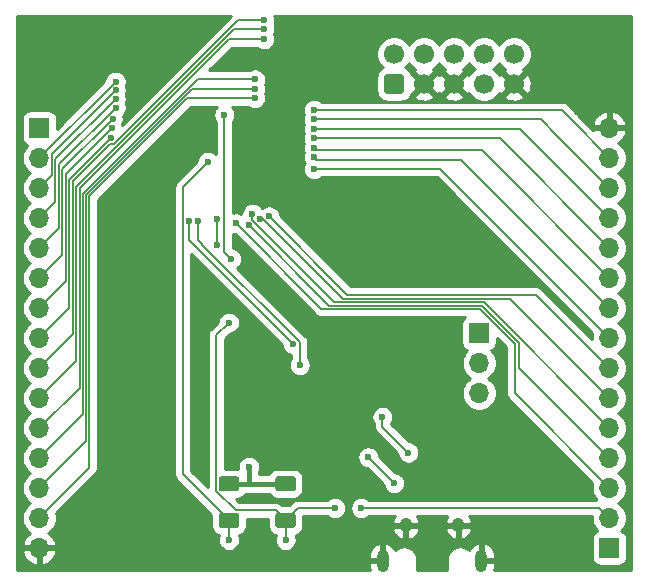
<source format=gbl>
G04 #@! TF.GenerationSoftware,KiCad,Pcbnew,(5.1.10)-1*
G04 #@! TF.CreationDate,2021-12-04T16:44:40+01:00*
G04 #@! TF.ProjectId,nRF52832_development_board_schematic,6e524635-3238-4333-925f-646576656c6f,1*
G04 #@! TF.SameCoordinates,Original*
G04 #@! TF.FileFunction,Copper,L4,Bot*
G04 #@! TF.FilePolarity,Positive*
%FSLAX46Y46*%
G04 Gerber Fmt 4.6, Leading zero omitted, Abs format (unit mm)*
G04 Created by KiCad (PCBNEW (5.1.10)-1) date 2021-12-04 16:44:40*
%MOMM*%
%LPD*%
G01*
G04 APERTURE LIST*
G04 #@! TA.AperFunction,ComponentPad*
%ADD10O,1.700000X1.700000*%
G04 #@! TD*
G04 #@! TA.AperFunction,ComponentPad*
%ADD11R,1.700000X1.700000*%
G04 #@! TD*
G04 #@! TA.AperFunction,ComponentPad*
%ADD12C,1.700000*%
G04 #@! TD*
G04 #@! TA.AperFunction,ComponentPad*
%ADD13O,1.000000X1.900000*%
G04 #@! TD*
G04 #@! TA.AperFunction,ComponentPad*
%ADD14O,1.050000X1.250000*%
G04 #@! TD*
G04 #@! TA.AperFunction,ViaPad*
%ADD15C,0.600000*%
G04 #@! TD*
G04 #@! TA.AperFunction,Conductor*
%ADD16C,0.400000*%
G04 #@! TD*
G04 #@! TA.AperFunction,Conductor*
%ADD17C,0.150000*%
G04 #@! TD*
G04 #@! TA.AperFunction,Conductor*
%ADD18C,0.254000*%
G04 #@! TD*
G04 #@! TA.AperFunction,Conductor*
%ADD19C,0.152400*%
G04 #@! TD*
G04 APERTURE END LIST*
G04 #@! TA.AperFunction,SMDPad,CuDef*
G36*
G01*
X48175000Y-103700000D02*
X49425000Y-103700000D01*
G75*
G02*
X49675000Y-103950000I0J-250000D01*
G01*
X49675000Y-104750000D01*
G75*
G02*
X49425000Y-105000000I-250000J0D01*
G01*
X48175000Y-105000000D01*
G75*
G02*
X47925000Y-104750000I0J250000D01*
G01*
X47925000Y-103950000D01*
G75*
G02*
X48175000Y-103700000I250000J0D01*
G01*
G37*
G04 #@! TD.AperFunction*
G04 #@! TA.AperFunction,SMDPad,CuDef*
G36*
G01*
X48175000Y-100600000D02*
X49425000Y-100600000D01*
G75*
G02*
X49675000Y-100850000I0J-250000D01*
G01*
X49675000Y-101650000D01*
G75*
G02*
X49425000Y-101900000I-250000J0D01*
G01*
X48175000Y-101900000D01*
G75*
G02*
X47925000Y-101650000I0J250000D01*
G01*
X47925000Y-100850000D01*
G75*
G02*
X48175000Y-100600000I250000J0D01*
G01*
G37*
G04 #@! TD.AperFunction*
G04 #@! TA.AperFunction,SMDPad,CuDef*
G36*
G01*
X43375000Y-103700000D02*
X44625000Y-103700000D01*
G75*
G02*
X44875000Y-103950000I0J-250000D01*
G01*
X44875000Y-104750000D01*
G75*
G02*
X44625000Y-105000000I-250000J0D01*
G01*
X43375000Y-105000000D01*
G75*
G02*
X43125000Y-104750000I0J250000D01*
G01*
X43125000Y-103950000D01*
G75*
G02*
X43375000Y-103700000I250000J0D01*
G01*
G37*
G04 #@! TD.AperFunction*
G04 #@! TA.AperFunction,SMDPad,CuDef*
G36*
G01*
X43375000Y-100600000D02*
X44625000Y-100600000D01*
G75*
G02*
X44875000Y-100850000I0J-250000D01*
G01*
X44875000Y-101650000D01*
G75*
G02*
X44625000Y-101900000I-250000J0D01*
G01*
X43375000Y-101900000D01*
G75*
G02*
X43125000Y-101650000I0J250000D01*
G01*
X43125000Y-100850000D01*
G75*
G02*
X43375000Y-100600000I250000J0D01*
G01*
G37*
G04 #@! TD.AperFunction*
D10*
X27940000Y-106680000D03*
X27940000Y-104140000D03*
X27940000Y-101600000D03*
X27940000Y-99060000D03*
X27940000Y-96520000D03*
X27940000Y-93980000D03*
X27940000Y-91440000D03*
X27940000Y-88900000D03*
X27940000Y-86360000D03*
X27940000Y-83820000D03*
X27940000Y-81280000D03*
X27940000Y-78740000D03*
X27940000Y-76200000D03*
X27940000Y-73660000D03*
D11*
X27940000Y-71120000D03*
D10*
X76200000Y-71120000D03*
X76200000Y-73660000D03*
X76200000Y-76200000D03*
X76200000Y-78740000D03*
X76200000Y-81280000D03*
X76200000Y-83820000D03*
X76200000Y-86360000D03*
X76200000Y-88900000D03*
X76200000Y-91440000D03*
X76200000Y-93980000D03*
X76200000Y-96520000D03*
X76200000Y-99060000D03*
X76200000Y-101600000D03*
X76200000Y-104140000D03*
D11*
X76200000Y-106680000D03*
D12*
X68140000Y-64860000D03*
X65600000Y-64860000D03*
X63060000Y-64860000D03*
X60520000Y-64860000D03*
X57980000Y-64860000D03*
X68140000Y-67400000D03*
X65600000Y-67400000D03*
X63060000Y-67400000D03*
X60520000Y-67400000D03*
G04 #@! TA.AperFunction,ComponentPad*
G36*
G01*
X58580000Y-68250000D02*
X57380000Y-68250000D01*
G75*
G02*
X57130000Y-68000000I0J250000D01*
G01*
X57130000Y-66800000D01*
G75*
G02*
X57380000Y-66550000I250000J0D01*
G01*
X58580000Y-66550000D01*
G75*
G02*
X58830000Y-66800000I0J-250000D01*
G01*
X58830000Y-68000000D01*
G75*
G02*
X58580000Y-68250000I-250000J0D01*
G01*
G37*
G04 #@! TD.AperFunction*
D10*
X65180000Y-93580000D03*
X65180000Y-91040000D03*
D11*
X65180000Y-88500000D03*
D13*
X65375000Y-107770000D03*
X57025000Y-107770000D03*
D14*
X63425000Y-104770000D03*
X58975000Y-104770000D03*
D15*
X45700000Y-99800000D03*
X59200000Y-98600000D03*
X57000000Y-95600000D03*
X58000000Y-101200000D03*
X55800000Y-99000000D03*
X48800000Y-106000000D03*
X44200000Y-82200000D03*
X44000000Y-87600000D03*
X43600000Y-70000000D03*
X53000000Y-103300000D03*
X55200000Y-103300000D03*
X51200000Y-69600000D03*
X51200000Y-70400000D03*
X51200000Y-71200000D03*
X51200000Y-72000000D03*
X51200000Y-72800000D03*
X51200000Y-73600000D03*
X51200000Y-74600000D03*
X47400000Y-78600000D03*
X46600000Y-78800000D03*
X45995098Y-78396732D03*
X45673551Y-79326449D03*
X44600000Y-79200000D03*
X34000000Y-72000000D03*
X34071579Y-71148293D03*
X34154968Y-70354968D03*
X34400000Y-69400000D03*
X34400000Y-68654006D03*
X34400000Y-67927003D03*
X34400000Y-67200000D03*
X47000000Y-62000000D03*
X47000000Y-62727003D03*
X47000000Y-63600000D03*
X46200000Y-67000000D03*
X46200000Y-67800000D03*
X46200000Y-68600000D03*
X43000000Y-81000000D03*
X43000000Y-78800000D03*
X44000000Y-106000000D03*
X42200000Y-74000000D03*
X49400000Y-89400000D03*
X40600000Y-79000000D03*
X50000000Y-91200000D03*
X41400000Y-79000000D03*
D16*
X48850000Y-101200000D02*
X48800000Y-101250000D01*
X45700000Y-99800000D02*
X45700000Y-101200000D01*
X45750000Y-101250000D02*
X44000000Y-101250000D01*
X45700000Y-101200000D02*
X45750000Y-101250000D01*
X48800000Y-101250000D02*
X45750000Y-101250000D01*
D17*
X57000000Y-96400000D02*
X57000000Y-95600000D01*
X59200000Y-98600000D02*
X57000000Y-96400000D01*
X58000000Y-101200000D02*
X55800000Y-99000000D01*
X48800000Y-106000000D02*
X48800000Y-104350000D01*
X43600000Y-81600000D02*
X44200000Y-82200000D01*
X43600000Y-75000000D02*
X43600000Y-81600000D01*
X47947990Y-103497990D02*
X48800000Y-104350000D01*
X44583750Y-103497990D02*
X47947990Y-103497990D01*
X42922990Y-101837230D02*
X44583750Y-103497990D01*
X42922990Y-88677010D02*
X42922990Y-101837230D01*
X44000000Y-87600000D02*
X42922990Y-88677010D01*
X75350001Y-103290001D02*
X76200000Y-104140000D01*
X48800000Y-104350000D02*
X49859999Y-103290001D01*
X43600000Y-75000000D02*
X43600000Y-70000000D01*
X51409999Y-103290001D02*
X52990001Y-103290001D01*
X49859999Y-103290001D02*
X51409999Y-103290001D01*
X52990001Y-103290001D02*
X53000000Y-103300000D01*
X55209999Y-103290001D02*
X55200000Y-103300000D01*
X55490001Y-103290001D02*
X55209999Y-103290001D01*
X55490001Y-103290001D02*
X75350001Y-103290001D01*
X76200000Y-73660000D02*
X72940000Y-70400000D01*
X72940000Y-70400000D02*
X72940000Y-70340000D01*
X72200000Y-69600000D02*
X51200000Y-69600000D01*
X72940000Y-70340000D02*
X72200000Y-69600000D01*
X76200000Y-76200000D02*
X71800000Y-71800000D01*
X71800000Y-71800000D02*
X70400000Y-70400000D01*
X70400000Y-70400000D02*
X51200000Y-70400000D01*
X76200000Y-78740000D02*
X68660000Y-71200000D01*
X68660000Y-71200000D02*
X51200000Y-71200000D01*
X76200000Y-81280000D02*
X66920000Y-72000000D01*
X66920000Y-72000000D02*
X51200000Y-72000000D01*
X76200000Y-83820000D02*
X65400000Y-73020000D01*
X51420000Y-73020000D02*
X51200000Y-72800000D01*
X65400000Y-73020000D02*
X51420000Y-73020000D01*
X76200000Y-86360000D02*
X63640000Y-73800000D01*
X51400000Y-73800000D02*
X51200000Y-73600000D01*
X63640000Y-73800000D02*
X51400000Y-73800000D01*
X76200000Y-88900000D02*
X61900000Y-74600000D01*
X61900000Y-74600000D02*
X51200000Y-74600000D01*
X76200000Y-91440000D02*
X70000000Y-85240000D01*
X54040000Y-85240000D02*
X47400000Y-78600000D01*
X70000000Y-85240000D02*
X54040000Y-85240000D01*
X76200000Y-93980000D02*
X68820000Y-86600000D01*
X68820000Y-86600000D02*
X68800000Y-86600000D01*
X68800000Y-86600000D02*
X67800000Y-85600000D01*
X46857038Y-78800000D02*
X46600000Y-78800000D01*
X53657038Y-85600000D02*
X46857038Y-78800000D01*
X67800000Y-85600000D02*
X53657038Y-85600000D01*
X76200000Y-96520000D02*
X65557010Y-85877010D01*
X52934048Y-85877010D02*
X45995098Y-78938060D01*
X45995098Y-78938060D02*
X45995098Y-78396732D01*
X65557010Y-85877010D02*
X52934048Y-85877010D01*
X76200000Y-99060000D02*
X68600000Y-91460000D01*
X68600000Y-91460000D02*
X68600000Y-89311750D01*
X52501122Y-86154020D02*
X45673551Y-79326449D01*
X65442270Y-86154020D02*
X52501122Y-86154020D01*
X68600000Y-89311750D02*
X65442270Y-86154020D01*
X76200000Y-101600000D02*
X68200000Y-93600000D01*
X68200000Y-89400000D02*
X65231030Y-86431030D01*
X68200000Y-93600000D02*
X68200000Y-89400000D01*
X65231030Y-86431030D02*
X56000000Y-86431030D01*
X51831030Y-86431030D02*
X44600000Y-79200000D01*
X56000000Y-86431030D02*
X51831030Y-86431030D01*
X27940000Y-88900000D02*
X30477010Y-86362990D01*
X30477010Y-75522990D02*
X34000000Y-72000000D01*
X30477010Y-86362990D02*
X30477010Y-75522990D01*
X27940000Y-86360000D02*
X30200000Y-84100000D01*
X30200000Y-75019872D02*
X34071579Y-71148293D01*
X30200000Y-84100000D02*
X30200000Y-75019872D01*
X27940000Y-83820000D02*
X29877010Y-81882990D01*
X29877010Y-74632926D02*
X34154968Y-70354968D01*
X29877010Y-81882990D02*
X29877010Y-74632926D01*
X27940000Y-81280000D02*
X29600000Y-79620000D01*
X29600000Y-74200000D02*
X34400000Y-69400000D01*
X29600000Y-79620000D02*
X29600000Y-74200000D01*
X27940000Y-78740000D02*
X29297882Y-77382118D01*
X29297882Y-73756124D02*
X34400000Y-68654006D01*
X29297882Y-77382118D02*
X29297882Y-73756124D01*
X27940000Y-76200000D02*
X29000000Y-75140000D01*
X29000000Y-73327003D02*
X34400000Y-67927003D01*
X29000000Y-75140000D02*
X29000000Y-73327003D01*
X27940000Y-73660000D02*
X34400000Y-67200000D01*
X27940000Y-91440000D02*
X30800000Y-88580000D01*
X30800000Y-88580000D02*
X30800000Y-75600000D01*
X33897999Y-72502001D02*
X34297999Y-72502001D01*
X30800000Y-75600000D02*
X33897999Y-72502001D01*
X44800000Y-62000000D02*
X47000000Y-62000000D01*
X34297999Y-72502001D02*
X44800000Y-62000000D01*
X31077010Y-76122990D02*
X44472997Y-62727003D01*
X31077010Y-90842990D02*
X31077010Y-76122990D01*
X44472997Y-62727003D02*
X47000000Y-62727003D01*
X27940000Y-93980000D02*
X31077010Y-90842990D01*
X27940000Y-96520000D02*
X31354020Y-93105980D01*
X31354020Y-93105980D02*
X31354020Y-76237730D01*
X43991750Y-63600000D02*
X47000000Y-63600000D01*
X31354020Y-76237730D02*
X43991750Y-63600000D01*
X27940000Y-99060000D02*
X31631030Y-95368970D01*
X31631030Y-76670656D02*
X41350843Y-66950843D01*
X31631030Y-95368970D02*
X31631030Y-76670656D01*
X46150843Y-66950843D02*
X46200000Y-67000000D01*
X41350843Y-66950843D02*
X46150843Y-66950843D01*
X27940000Y-101600000D02*
X31908040Y-97631960D01*
X31908040Y-97631960D02*
X31908040Y-76785396D01*
X31908040Y-76785396D02*
X40846718Y-67846718D01*
X40893436Y-67800000D02*
X46200000Y-67800000D01*
X40846718Y-67846718D02*
X40893436Y-67800000D01*
X46200000Y-68600000D02*
X40485186Y-68600000D01*
X40485186Y-68600000D02*
X32185050Y-76900136D01*
X32185050Y-99894950D02*
X27940000Y-104140000D01*
X32185050Y-76900136D02*
X32185050Y-99894950D01*
X43000000Y-81000000D02*
X43000000Y-78800000D01*
X44000000Y-106000000D02*
X44000000Y-104350000D01*
X40097999Y-76102001D02*
X42200000Y-74000000D01*
X40097999Y-100447999D02*
X40097999Y-76102001D01*
X44000000Y-104350000D02*
X40097999Y-100447999D01*
X40600000Y-80600000D02*
X40600000Y-79000000D01*
X49400000Y-89400000D02*
X40600000Y-80600000D01*
X50000000Y-89257038D02*
X41742962Y-81000000D01*
X50000000Y-91200000D02*
X50000000Y-89257038D01*
X41742962Y-81000000D02*
X41742962Y-80942962D01*
X41400000Y-80600000D02*
X41400000Y-79000000D01*
X41742962Y-80942962D02*
X41400000Y-80600000D01*
D18*
X34955914Y-70839995D02*
X34955717Y-70839519D01*
X34983554Y-70797857D01*
X35054036Y-70627697D01*
X35089968Y-70447057D01*
X35089968Y-70262879D01*
X35054036Y-70082239D01*
X35049940Y-70072350D01*
X35126262Y-69996028D01*
X35228586Y-69842889D01*
X35299068Y-69672729D01*
X35335000Y-69492089D01*
X35335000Y-69307911D01*
X35299068Y-69127271D01*
X35257536Y-69027003D01*
X35299068Y-68926735D01*
X35335000Y-68746095D01*
X35335000Y-68561917D01*
X35299068Y-68381277D01*
X35261469Y-68290505D01*
X35299068Y-68199732D01*
X35335000Y-68019092D01*
X35335000Y-67834914D01*
X35299068Y-67654274D01*
X35261469Y-67563502D01*
X35299068Y-67472729D01*
X35335000Y-67292089D01*
X35335000Y-67107911D01*
X35299068Y-66927271D01*
X35228586Y-66757111D01*
X35126262Y-66603972D01*
X34996028Y-66473738D01*
X34842889Y-66371414D01*
X34672729Y-66300932D01*
X34492089Y-66265000D01*
X34307911Y-66265000D01*
X34127271Y-66300932D01*
X33957111Y-66371414D01*
X33803972Y-66473738D01*
X33673738Y-66603972D01*
X33571414Y-66757111D01*
X33500932Y-66927271D01*
X33465000Y-67107911D01*
X33465000Y-67130909D01*
X29428072Y-71167837D01*
X29428072Y-70270000D01*
X29415812Y-70145518D01*
X29379502Y-70025820D01*
X29320537Y-69915506D01*
X29241185Y-69818815D01*
X29144494Y-69739463D01*
X29034180Y-69680498D01*
X28914482Y-69644188D01*
X28790000Y-69631928D01*
X27090000Y-69631928D01*
X26965518Y-69644188D01*
X26845820Y-69680498D01*
X26735506Y-69739463D01*
X26638815Y-69818815D01*
X26559463Y-69915506D01*
X26500498Y-70025820D01*
X26464188Y-70145518D01*
X26451928Y-70270000D01*
X26451928Y-71970000D01*
X26464188Y-72094482D01*
X26500498Y-72214180D01*
X26559463Y-72324494D01*
X26638815Y-72421185D01*
X26735506Y-72500537D01*
X26845820Y-72559502D01*
X26918380Y-72581513D01*
X26786525Y-72713368D01*
X26624010Y-72956589D01*
X26512068Y-73226842D01*
X26455000Y-73513740D01*
X26455000Y-73806260D01*
X26512068Y-74093158D01*
X26624010Y-74363411D01*
X26786525Y-74606632D01*
X26993368Y-74813475D01*
X27167760Y-74930000D01*
X26993368Y-75046525D01*
X26786525Y-75253368D01*
X26624010Y-75496589D01*
X26512068Y-75766842D01*
X26455000Y-76053740D01*
X26455000Y-76346260D01*
X26512068Y-76633158D01*
X26624010Y-76903411D01*
X26786525Y-77146632D01*
X26993368Y-77353475D01*
X27167760Y-77470000D01*
X26993368Y-77586525D01*
X26786525Y-77793368D01*
X26624010Y-78036589D01*
X26512068Y-78306842D01*
X26455000Y-78593740D01*
X26455000Y-78886260D01*
X26512068Y-79173158D01*
X26624010Y-79443411D01*
X26786525Y-79686632D01*
X26993368Y-79893475D01*
X27167760Y-80010000D01*
X26993368Y-80126525D01*
X26786525Y-80333368D01*
X26624010Y-80576589D01*
X26512068Y-80846842D01*
X26455000Y-81133740D01*
X26455000Y-81426260D01*
X26512068Y-81713158D01*
X26624010Y-81983411D01*
X26786525Y-82226632D01*
X26993368Y-82433475D01*
X27167760Y-82550000D01*
X26993368Y-82666525D01*
X26786525Y-82873368D01*
X26624010Y-83116589D01*
X26512068Y-83386842D01*
X26455000Y-83673740D01*
X26455000Y-83966260D01*
X26512068Y-84253158D01*
X26624010Y-84523411D01*
X26786525Y-84766632D01*
X26993368Y-84973475D01*
X27167760Y-85090000D01*
X26993368Y-85206525D01*
X26786525Y-85413368D01*
X26624010Y-85656589D01*
X26512068Y-85926842D01*
X26455000Y-86213740D01*
X26455000Y-86506260D01*
X26512068Y-86793158D01*
X26624010Y-87063411D01*
X26786525Y-87306632D01*
X26993368Y-87513475D01*
X27167760Y-87630000D01*
X26993368Y-87746525D01*
X26786525Y-87953368D01*
X26624010Y-88196589D01*
X26512068Y-88466842D01*
X26455000Y-88753740D01*
X26455000Y-89046260D01*
X26512068Y-89333158D01*
X26624010Y-89603411D01*
X26786525Y-89846632D01*
X26993368Y-90053475D01*
X27167760Y-90170000D01*
X26993368Y-90286525D01*
X26786525Y-90493368D01*
X26624010Y-90736589D01*
X26512068Y-91006842D01*
X26455000Y-91293740D01*
X26455000Y-91586260D01*
X26512068Y-91873158D01*
X26624010Y-92143411D01*
X26786525Y-92386632D01*
X26993368Y-92593475D01*
X27167760Y-92710000D01*
X26993368Y-92826525D01*
X26786525Y-93033368D01*
X26624010Y-93276589D01*
X26512068Y-93546842D01*
X26455000Y-93833740D01*
X26455000Y-94126260D01*
X26512068Y-94413158D01*
X26624010Y-94683411D01*
X26786525Y-94926632D01*
X26993368Y-95133475D01*
X27167760Y-95250000D01*
X26993368Y-95366525D01*
X26786525Y-95573368D01*
X26624010Y-95816589D01*
X26512068Y-96086842D01*
X26455000Y-96373740D01*
X26455000Y-96666260D01*
X26512068Y-96953158D01*
X26624010Y-97223411D01*
X26786525Y-97466632D01*
X26993368Y-97673475D01*
X27167760Y-97790000D01*
X26993368Y-97906525D01*
X26786525Y-98113368D01*
X26624010Y-98356589D01*
X26512068Y-98626842D01*
X26455000Y-98913740D01*
X26455000Y-99206260D01*
X26512068Y-99493158D01*
X26624010Y-99763411D01*
X26786525Y-100006632D01*
X26993368Y-100213475D01*
X27167760Y-100330000D01*
X26993368Y-100446525D01*
X26786525Y-100653368D01*
X26624010Y-100896589D01*
X26512068Y-101166842D01*
X26455000Y-101453740D01*
X26455000Y-101746260D01*
X26512068Y-102033158D01*
X26624010Y-102303411D01*
X26786525Y-102546632D01*
X26993368Y-102753475D01*
X27167760Y-102870000D01*
X26993368Y-102986525D01*
X26786525Y-103193368D01*
X26624010Y-103436589D01*
X26512068Y-103706842D01*
X26455000Y-103993740D01*
X26455000Y-104286260D01*
X26512068Y-104573158D01*
X26624010Y-104843411D01*
X26786525Y-105086632D01*
X26993368Y-105293475D01*
X27175534Y-105415195D01*
X27058645Y-105484822D01*
X26842412Y-105679731D01*
X26668359Y-105913080D01*
X26543175Y-106175901D01*
X26498524Y-106323110D01*
X26619845Y-106553000D01*
X27813000Y-106553000D01*
X27813000Y-106533000D01*
X28067000Y-106533000D01*
X28067000Y-106553000D01*
X29260155Y-106553000D01*
X29381476Y-106323110D01*
X29336825Y-106175901D01*
X29211641Y-105913080D01*
X29037588Y-105679731D01*
X28821355Y-105484822D01*
X28704466Y-105415195D01*
X28886632Y-105293475D01*
X29093475Y-105086632D01*
X29255990Y-104843411D01*
X29367932Y-104573158D01*
X29425000Y-104286260D01*
X29425000Y-103993740D01*
X29369478Y-103714613D01*
X32662434Y-100421658D01*
X32689525Y-100399425D01*
X32778250Y-100291313D01*
X32844178Y-100167970D01*
X32884777Y-100034134D01*
X32895050Y-99929827D01*
X32895050Y-99929826D01*
X32898485Y-99894951D01*
X32895050Y-99860076D01*
X32895050Y-77194227D01*
X40779277Y-69310000D01*
X42967710Y-69310000D01*
X42873738Y-69403972D01*
X42771414Y-69557111D01*
X42700932Y-69727271D01*
X42665000Y-69907911D01*
X42665000Y-70092089D01*
X42700932Y-70272729D01*
X42771414Y-70442889D01*
X42873738Y-70596028D01*
X42890001Y-70612291D01*
X42890000Y-73367710D01*
X42796028Y-73273738D01*
X42642889Y-73171414D01*
X42472729Y-73100932D01*
X42292089Y-73065000D01*
X42107911Y-73065000D01*
X41927271Y-73100932D01*
X41757111Y-73171414D01*
X41603972Y-73273738D01*
X41473738Y-73403972D01*
X41371414Y-73557111D01*
X41300932Y-73727271D01*
X41265000Y-73907911D01*
X41265000Y-73930908D01*
X39620616Y-75575293D01*
X39593525Y-75597526D01*
X39571292Y-75624617D01*
X39504800Y-75705638D01*
X39438871Y-75828982D01*
X39398273Y-75962817D01*
X39384564Y-76102001D01*
X39388000Y-76136886D01*
X39387999Y-100413124D01*
X39384564Y-100447999D01*
X39387999Y-100482874D01*
X39387999Y-100482875D01*
X39398272Y-100587182D01*
X39438871Y-100721018D01*
X39504799Y-100844361D01*
X39593524Y-100952473D01*
X39620616Y-100974707D01*
X42496699Y-103850790D01*
X42486928Y-103950000D01*
X42486928Y-104750000D01*
X42503992Y-104923254D01*
X42554528Y-105089850D01*
X42636595Y-105243386D01*
X42747038Y-105377962D01*
X42881614Y-105488405D01*
X43035150Y-105570472D01*
X43151287Y-105605702D01*
X43100932Y-105727271D01*
X43065000Y-105907911D01*
X43065000Y-106092089D01*
X43100932Y-106272729D01*
X43171414Y-106442889D01*
X43273738Y-106596028D01*
X43403972Y-106726262D01*
X43557111Y-106828586D01*
X43727271Y-106899068D01*
X43907911Y-106935000D01*
X44092089Y-106935000D01*
X44272729Y-106899068D01*
X44442889Y-106828586D01*
X44596028Y-106726262D01*
X44726262Y-106596028D01*
X44828586Y-106442889D01*
X44899068Y-106272729D01*
X44935000Y-106092089D01*
X44935000Y-105907911D01*
X44899068Y-105727271D01*
X44848713Y-105605702D01*
X44964850Y-105570472D01*
X45118386Y-105488405D01*
X45252962Y-105377962D01*
X45363405Y-105243386D01*
X45445472Y-105089850D01*
X45496008Y-104923254D01*
X45513072Y-104750000D01*
X45513072Y-104207990D01*
X47286928Y-104207990D01*
X47286928Y-104750000D01*
X47303992Y-104923254D01*
X47354528Y-105089850D01*
X47436595Y-105243386D01*
X47547038Y-105377962D01*
X47681614Y-105488405D01*
X47835150Y-105570472D01*
X47951287Y-105605702D01*
X47900932Y-105727271D01*
X47865000Y-105907911D01*
X47865000Y-106092089D01*
X47900932Y-106272729D01*
X47971414Y-106442889D01*
X48073738Y-106596028D01*
X48203972Y-106726262D01*
X48357111Y-106828586D01*
X48527271Y-106899068D01*
X48707911Y-106935000D01*
X48892089Y-106935000D01*
X49072729Y-106899068D01*
X49242889Y-106828586D01*
X49396028Y-106726262D01*
X49526262Y-106596028D01*
X49628586Y-106442889D01*
X49699068Y-106272729D01*
X49735000Y-106092089D01*
X49735000Y-105907911D01*
X49699068Y-105727271D01*
X49648713Y-105605702D01*
X49764850Y-105570472D01*
X49918386Y-105488405D01*
X50052962Y-105377962D01*
X50163405Y-105243386D01*
X50245472Y-105089850D01*
X50249096Y-105077900D01*
X57834965Y-105077900D01*
X57897430Y-105296315D01*
X58001305Y-105498347D01*
X58142599Y-105676232D01*
X58315881Y-105823134D01*
X58514493Y-105933408D01*
X58669190Y-105988964D01*
X58848000Y-105863163D01*
X58848000Y-104897000D01*
X59102000Y-104897000D01*
X59102000Y-105863163D01*
X59280810Y-105988964D01*
X59435507Y-105933408D01*
X59634119Y-105823134D01*
X59807401Y-105676232D01*
X59948695Y-105498347D01*
X60052570Y-105296315D01*
X60115035Y-105077900D01*
X62284965Y-105077900D01*
X62347430Y-105296315D01*
X62451305Y-105498347D01*
X62592599Y-105676232D01*
X62765881Y-105823134D01*
X62964493Y-105933408D01*
X63119190Y-105988964D01*
X63298000Y-105863163D01*
X63298000Y-104897000D01*
X63552000Y-104897000D01*
X63552000Y-105863163D01*
X63730810Y-105988964D01*
X63885507Y-105933408D01*
X64084119Y-105823134D01*
X64257401Y-105676232D01*
X64398695Y-105498347D01*
X64502570Y-105296315D01*
X64565035Y-105077900D01*
X64424772Y-104897000D01*
X63552000Y-104897000D01*
X63298000Y-104897000D01*
X62425228Y-104897000D01*
X62284965Y-105077900D01*
X60115035Y-105077900D01*
X59974772Y-104897000D01*
X59102000Y-104897000D01*
X58848000Y-104897000D01*
X57975228Y-104897000D01*
X57834965Y-105077900D01*
X50249096Y-105077900D01*
X50296008Y-104923254D01*
X50313072Y-104750000D01*
X50313072Y-104000001D01*
X52377711Y-104000001D01*
X52403972Y-104026262D01*
X52557111Y-104128586D01*
X52727271Y-104199068D01*
X52907911Y-104235000D01*
X53092089Y-104235000D01*
X53272729Y-104199068D01*
X53442889Y-104128586D01*
X53596028Y-104026262D01*
X53726262Y-103896028D01*
X53828586Y-103742889D01*
X53899068Y-103572729D01*
X53935000Y-103392089D01*
X53935000Y-103207911D01*
X53899068Y-103027271D01*
X53828586Y-102857111D01*
X53726262Y-102703972D01*
X53596028Y-102573738D01*
X53442889Y-102471414D01*
X53272729Y-102400932D01*
X53092089Y-102365000D01*
X52907911Y-102365000D01*
X52727271Y-102400932D01*
X52557111Y-102471414D01*
X52403972Y-102573738D01*
X52397709Y-102580001D01*
X49894874Y-102580001D01*
X49859999Y-102576566D01*
X49825124Y-102580001D01*
X49825122Y-102580001D01*
X49720815Y-102590274D01*
X49586979Y-102630873D01*
X49463636Y-102696801D01*
X49355524Y-102785526D01*
X49333291Y-102812617D01*
X49083980Y-103061928D01*
X48516019Y-103061928D01*
X48474702Y-103020611D01*
X48452465Y-102993515D01*
X48344353Y-102904790D01*
X48221010Y-102838862D01*
X48087174Y-102798263D01*
X47982867Y-102787990D01*
X47982865Y-102787990D01*
X47947990Y-102784555D01*
X47913115Y-102787990D01*
X44877842Y-102787990D01*
X44627662Y-102537810D01*
X44798254Y-102521008D01*
X44964850Y-102470472D01*
X45118386Y-102388405D01*
X45252962Y-102277962D01*
X45363405Y-102143386D01*
X45394613Y-102085000D01*
X45708982Y-102085000D01*
X45750000Y-102089040D01*
X45791018Y-102085000D01*
X47405387Y-102085000D01*
X47436595Y-102143386D01*
X47547038Y-102277962D01*
X47681614Y-102388405D01*
X47835150Y-102470472D01*
X48001746Y-102521008D01*
X48175000Y-102538072D01*
X49425000Y-102538072D01*
X49598254Y-102521008D01*
X49764850Y-102470472D01*
X49918386Y-102388405D01*
X50052962Y-102277962D01*
X50163405Y-102143386D01*
X50245472Y-101989850D01*
X50296008Y-101823254D01*
X50313072Y-101650000D01*
X50313072Y-100850000D01*
X50296008Y-100676746D01*
X50245472Y-100510150D01*
X50163405Y-100356614D01*
X50052962Y-100222038D01*
X49918386Y-100111595D01*
X49764850Y-100029528D01*
X49598254Y-99978992D01*
X49425000Y-99961928D01*
X48175000Y-99961928D01*
X48001746Y-99978992D01*
X47835150Y-100029528D01*
X47681614Y-100111595D01*
X47547038Y-100222038D01*
X47436595Y-100356614D01*
X47405387Y-100415000D01*
X46535000Y-100415000D01*
X46535000Y-100227404D01*
X46599068Y-100072729D01*
X46635000Y-99892089D01*
X46635000Y-99707911D01*
X46599068Y-99527271D01*
X46528586Y-99357111D01*
X46426262Y-99203972D01*
X46296028Y-99073738D01*
X46142889Y-98971414D01*
X45989578Y-98907911D01*
X54865000Y-98907911D01*
X54865000Y-99092089D01*
X54900932Y-99272729D01*
X54971414Y-99442889D01*
X55073738Y-99596028D01*
X55203972Y-99726262D01*
X55357111Y-99828586D01*
X55527271Y-99899068D01*
X55707911Y-99935000D01*
X55730909Y-99935000D01*
X57065000Y-101269091D01*
X57065000Y-101292089D01*
X57100932Y-101472729D01*
X57171414Y-101642889D01*
X57273738Y-101796028D01*
X57403972Y-101926262D01*
X57557111Y-102028586D01*
X57727271Y-102099068D01*
X57907911Y-102135000D01*
X58092089Y-102135000D01*
X58272729Y-102099068D01*
X58442889Y-102028586D01*
X58596028Y-101926262D01*
X58726262Y-101796028D01*
X58828586Y-101642889D01*
X58899068Y-101472729D01*
X58935000Y-101292089D01*
X58935000Y-101107911D01*
X58899068Y-100927271D01*
X58828586Y-100757111D01*
X58726262Y-100603972D01*
X58596028Y-100473738D01*
X58442889Y-100371414D01*
X58272729Y-100300932D01*
X58092089Y-100265000D01*
X58069091Y-100265000D01*
X56735000Y-98930909D01*
X56735000Y-98907911D01*
X56699068Y-98727271D01*
X56628586Y-98557111D01*
X56526262Y-98403972D01*
X56396028Y-98273738D01*
X56242889Y-98171414D01*
X56072729Y-98100932D01*
X55892089Y-98065000D01*
X55707911Y-98065000D01*
X55527271Y-98100932D01*
X55357111Y-98171414D01*
X55203972Y-98273738D01*
X55073738Y-98403972D01*
X54971414Y-98557111D01*
X54900932Y-98727271D01*
X54865000Y-98907911D01*
X45989578Y-98907911D01*
X45972729Y-98900932D01*
X45792089Y-98865000D01*
X45607911Y-98865000D01*
X45427271Y-98900932D01*
X45257111Y-98971414D01*
X45103972Y-99073738D01*
X44973738Y-99203972D01*
X44871414Y-99357111D01*
X44800932Y-99527271D01*
X44765000Y-99707911D01*
X44765000Y-99892089D01*
X44781967Y-99977388D01*
X44625000Y-99961928D01*
X43632990Y-99961928D01*
X43632990Y-95507911D01*
X56065000Y-95507911D01*
X56065000Y-95692089D01*
X56100932Y-95872729D01*
X56171414Y-96042889D01*
X56273738Y-96196028D01*
X56290000Y-96212290D01*
X56290000Y-96365125D01*
X56286565Y-96400000D01*
X56290000Y-96434875D01*
X56290000Y-96434876D01*
X56300273Y-96539183D01*
X56340872Y-96673019D01*
X56406800Y-96796362D01*
X56495525Y-96904474D01*
X56522617Y-96926708D01*
X58265000Y-98669091D01*
X58265000Y-98692089D01*
X58300932Y-98872729D01*
X58371414Y-99042889D01*
X58473738Y-99196028D01*
X58603972Y-99326262D01*
X58757111Y-99428586D01*
X58927271Y-99499068D01*
X59107911Y-99535000D01*
X59292089Y-99535000D01*
X59472729Y-99499068D01*
X59642889Y-99428586D01*
X59796028Y-99326262D01*
X59926262Y-99196028D01*
X60028586Y-99042889D01*
X60099068Y-98872729D01*
X60135000Y-98692089D01*
X60135000Y-98507911D01*
X60099068Y-98327271D01*
X60028586Y-98157111D01*
X59926262Y-98003972D01*
X59796028Y-97873738D01*
X59642889Y-97771414D01*
X59472729Y-97700932D01*
X59292089Y-97665000D01*
X59269091Y-97665000D01*
X57755845Y-96151754D01*
X57828586Y-96042889D01*
X57899068Y-95872729D01*
X57935000Y-95692089D01*
X57935000Y-95507911D01*
X57899068Y-95327271D01*
X57828586Y-95157111D01*
X57726262Y-95003972D01*
X57596028Y-94873738D01*
X57442889Y-94771414D01*
X57272729Y-94700932D01*
X57092089Y-94665000D01*
X56907911Y-94665000D01*
X56727271Y-94700932D01*
X56557111Y-94771414D01*
X56403972Y-94873738D01*
X56273738Y-95003972D01*
X56171414Y-95157111D01*
X56100932Y-95327271D01*
X56065000Y-95507911D01*
X43632990Y-95507911D01*
X43632990Y-88971101D01*
X44069092Y-88535000D01*
X44092089Y-88535000D01*
X44272729Y-88499068D01*
X44442889Y-88428586D01*
X44596028Y-88326262D01*
X44726262Y-88196028D01*
X44828586Y-88042889D01*
X44899068Y-87872729D01*
X44935000Y-87692089D01*
X44935000Y-87507911D01*
X44899068Y-87327271D01*
X44828586Y-87157111D01*
X44726262Y-87003972D01*
X44596028Y-86873738D01*
X44442889Y-86771414D01*
X44272729Y-86700932D01*
X44092089Y-86665000D01*
X43907911Y-86665000D01*
X43727271Y-86700932D01*
X43557111Y-86771414D01*
X43403972Y-86873738D01*
X43273738Y-87003972D01*
X43171414Y-87157111D01*
X43100932Y-87327271D01*
X43065000Y-87507911D01*
X43065000Y-87530908D01*
X42445607Y-88150302D01*
X42418515Y-88172536D01*
X42329790Y-88280648D01*
X42263862Y-88403991D01*
X42223263Y-88537827D01*
X42212990Y-88642133D01*
X42209555Y-88677010D01*
X42212990Y-88711885D01*
X42212991Y-101558900D01*
X40807999Y-100153908D01*
X40807999Y-81812090D01*
X48465000Y-89469092D01*
X48465000Y-89492089D01*
X48500932Y-89672729D01*
X48571414Y-89842889D01*
X48673738Y-89996028D01*
X48803972Y-90126262D01*
X48957111Y-90228586D01*
X49127271Y-90299068D01*
X49290000Y-90331437D01*
X49290000Y-90587710D01*
X49273738Y-90603972D01*
X49171414Y-90757111D01*
X49100932Y-90927271D01*
X49065000Y-91107911D01*
X49065000Y-91292089D01*
X49100932Y-91472729D01*
X49171414Y-91642889D01*
X49273738Y-91796028D01*
X49403972Y-91926262D01*
X49557111Y-92028586D01*
X49727271Y-92099068D01*
X49907911Y-92135000D01*
X50092089Y-92135000D01*
X50272729Y-92099068D01*
X50442889Y-92028586D01*
X50596028Y-91926262D01*
X50726262Y-91796028D01*
X50828586Y-91642889D01*
X50899068Y-91472729D01*
X50935000Y-91292089D01*
X50935000Y-91107911D01*
X50899068Y-90927271D01*
X50828586Y-90757111D01*
X50726262Y-90603972D01*
X50710000Y-90587710D01*
X50710000Y-89291912D01*
X50713435Y-89257037D01*
X50708183Y-89203717D01*
X50699727Y-89117854D01*
X50659128Y-88984018D01*
X50593200Y-88860675D01*
X50504475Y-88752563D01*
X50477384Y-88730330D01*
X44722467Y-82975414D01*
X44796028Y-82926262D01*
X44926262Y-82796028D01*
X45028586Y-82642889D01*
X45099068Y-82472729D01*
X45135000Y-82292089D01*
X45135000Y-82107911D01*
X45099068Y-81927271D01*
X45028586Y-81757111D01*
X44926262Y-81603972D01*
X44796028Y-81473738D01*
X44642889Y-81371414D01*
X44472729Y-81300932D01*
X44310000Y-81268563D01*
X44310000Y-80091914D01*
X44327271Y-80099068D01*
X44507911Y-80135000D01*
X44530909Y-80135000D01*
X51304318Y-86908409D01*
X51326555Y-86935505D01*
X51434667Y-87024230D01*
X51558010Y-87090158D01*
X51691846Y-87130757D01*
X51796153Y-87141030D01*
X51796155Y-87141030D01*
X51831030Y-87144465D01*
X51865905Y-87141030D01*
X63949226Y-87141030D01*
X63878815Y-87198815D01*
X63799463Y-87295506D01*
X63740498Y-87405820D01*
X63704188Y-87525518D01*
X63691928Y-87650000D01*
X63691928Y-89350000D01*
X63704188Y-89474482D01*
X63740498Y-89594180D01*
X63799463Y-89704494D01*
X63878815Y-89801185D01*
X63975506Y-89880537D01*
X64085820Y-89939502D01*
X64158380Y-89961513D01*
X64026525Y-90093368D01*
X63864010Y-90336589D01*
X63752068Y-90606842D01*
X63695000Y-90893740D01*
X63695000Y-91186260D01*
X63752068Y-91473158D01*
X63864010Y-91743411D01*
X64026525Y-91986632D01*
X64233368Y-92193475D01*
X64407760Y-92310000D01*
X64233368Y-92426525D01*
X64026525Y-92633368D01*
X63864010Y-92876589D01*
X63752068Y-93146842D01*
X63695000Y-93433740D01*
X63695000Y-93726260D01*
X63752068Y-94013158D01*
X63864010Y-94283411D01*
X64026525Y-94526632D01*
X64233368Y-94733475D01*
X64476589Y-94895990D01*
X64746842Y-95007932D01*
X65033740Y-95065000D01*
X65326260Y-95065000D01*
X65613158Y-95007932D01*
X65883411Y-94895990D01*
X66126632Y-94733475D01*
X66333475Y-94526632D01*
X66495990Y-94283411D01*
X66607932Y-94013158D01*
X66665000Y-93726260D01*
X66665000Y-93433740D01*
X66607932Y-93146842D01*
X66495990Y-92876589D01*
X66333475Y-92633368D01*
X66126632Y-92426525D01*
X65952240Y-92310000D01*
X66126632Y-92193475D01*
X66333475Y-91986632D01*
X66495990Y-91743411D01*
X66607932Y-91473158D01*
X66665000Y-91186260D01*
X66665000Y-90893740D01*
X66607932Y-90606842D01*
X66495990Y-90336589D01*
X66333475Y-90093368D01*
X66201620Y-89961513D01*
X66274180Y-89939502D01*
X66384494Y-89880537D01*
X66481185Y-89801185D01*
X66560537Y-89704494D01*
X66619502Y-89594180D01*
X66655812Y-89474482D01*
X66668072Y-89350000D01*
X66668072Y-88872163D01*
X67490001Y-89694092D01*
X67490000Y-93565125D01*
X67486565Y-93600000D01*
X67490000Y-93634875D01*
X67490000Y-93634876D01*
X67500273Y-93739183D01*
X67540872Y-93873019D01*
X67606800Y-93996362D01*
X67695525Y-94104474D01*
X67722617Y-94126708D01*
X74770522Y-101174614D01*
X74715000Y-101453740D01*
X74715000Y-101746260D01*
X74772068Y-102033158D01*
X74884010Y-102303411D01*
X75046525Y-102546632D01*
X75079894Y-102580001D01*
X55802291Y-102580001D01*
X55796028Y-102573738D01*
X55642889Y-102471414D01*
X55472729Y-102400932D01*
X55292089Y-102365000D01*
X55107911Y-102365000D01*
X54927271Y-102400932D01*
X54757111Y-102471414D01*
X54603972Y-102573738D01*
X54473738Y-102703972D01*
X54371414Y-102857111D01*
X54300932Y-103027271D01*
X54265000Y-103207911D01*
X54265000Y-103392089D01*
X54300932Y-103572729D01*
X54371414Y-103742889D01*
X54473738Y-103896028D01*
X54603972Y-104026262D01*
X54757111Y-104128586D01*
X54927271Y-104199068D01*
X55107911Y-104235000D01*
X55292089Y-104235000D01*
X55472729Y-104199068D01*
X55642889Y-104128586D01*
X55796028Y-104026262D01*
X55822289Y-104000001D01*
X58034389Y-104000001D01*
X58001305Y-104041653D01*
X57897430Y-104243685D01*
X57834965Y-104462100D01*
X57975228Y-104643000D01*
X58848000Y-104643000D01*
X58848000Y-104623000D01*
X59102000Y-104623000D01*
X59102000Y-104643000D01*
X59974772Y-104643000D01*
X60115035Y-104462100D01*
X60052570Y-104243685D01*
X59948695Y-104041653D01*
X59915611Y-104000001D01*
X62484389Y-104000001D01*
X62451305Y-104041653D01*
X62347430Y-104243685D01*
X62284965Y-104462100D01*
X62425228Y-104643000D01*
X63298000Y-104643000D01*
X63298000Y-104623000D01*
X63552000Y-104623000D01*
X63552000Y-104643000D01*
X64424772Y-104643000D01*
X64565035Y-104462100D01*
X64502570Y-104243685D01*
X64398695Y-104041653D01*
X64365611Y-104000001D01*
X74715000Y-104000001D01*
X74715000Y-104286260D01*
X74772068Y-104573158D01*
X74884010Y-104843411D01*
X75046525Y-105086632D01*
X75178380Y-105218487D01*
X75105820Y-105240498D01*
X74995506Y-105299463D01*
X74898815Y-105378815D01*
X74819463Y-105475506D01*
X74760498Y-105585820D01*
X74724188Y-105705518D01*
X74711928Y-105830000D01*
X74711928Y-107530000D01*
X74724188Y-107654482D01*
X74760498Y-107774180D01*
X74819463Y-107884494D01*
X74898815Y-107981185D01*
X74995506Y-108060537D01*
X75105820Y-108119502D01*
X75225518Y-108155812D01*
X75350000Y-108168072D01*
X77050000Y-108168072D01*
X77174482Y-108155812D01*
X77294180Y-108119502D01*
X77404494Y-108060537D01*
X77501185Y-107981185D01*
X77580537Y-107884494D01*
X77639502Y-107774180D01*
X77675812Y-107654482D01*
X77688072Y-107530000D01*
X77688072Y-105830000D01*
X77675812Y-105705518D01*
X77639502Y-105585820D01*
X77580537Y-105475506D01*
X77501185Y-105378815D01*
X77404494Y-105299463D01*
X77294180Y-105240498D01*
X77221620Y-105218487D01*
X77353475Y-105086632D01*
X77515990Y-104843411D01*
X77627932Y-104573158D01*
X77685000Y-104286260D01*
X77685000Y-103993740D01*
X77627932Y-103706842D01*
X77515990Y-103436589D01*
X77353475Y-103193368D01*
X77146632Y-102986525D01*
X76972240Y-102870000D01*
X77146632Y-102753475D01*
X77353475Y-102546632D01*
X77515990Y-102303411D01*
X77627932Y-102033158D01*
X77685000Y-101746260D01*
X77685000Y-101453740D01*
X77627932Y-101166842D01*
X77515990Y-100896589D01*
X77353475Y-100653368D01*
X77146632Y-100446525D01*
X76972240Y-100330000D01*
X77146632Y-100213475D01*
X77353475Y-100006632D01*
X77515990Y-99763411D01*
X77627932Y-99493158D01*
X77685000Y-99206260D01*
X77685000Y-98913740D01*
X77627932Y-98626842D01*
X77515990Y-98356589D01*
X77353475Y-98113368D01*
X77146632Y-97906525D01*
X76972240Y-97790000D01*
X77146632Y-97673475D01*
X77353475Y-97466632D01*
X77515990Y-97223411D01*
X77627932Y-96953158D01*
X77685000Y-96666260D01*
X77685000Y-96373740D01*
X77627932Y-96086842D01*
X77515990Y-95816589D01*
X77353475Y-95573368D01*
X77146632Y-95366525D01*
X76972240Y-95250000D01*
X77146632Y-95133475D01*
X77353475Y-94926632D01*
X77515990Y-94683411D01*
X77627932Y-94413158D01*
X77685000Y-94126260D01*
X77685000Y-93833740D01*
X77627932Y-93546842D01*
X77515990Y-93276589D01*
X77353475Y-93033368D01*
X77146632Y-92826525D01*
X76972240Y-92710000D01*
X77146632Y-92593475D01*
X77353475Y-92386632D01*
X77515990Y-92143411D01*
X77627932Y-91873158D01*
X77685000Y-91586260D01*
X77685000Y-91293740D01*
X77627932Y-91006842D01*
X77515990Y-90736589D01*
X77353475Y-90493368D01*
X77146632Y-90286525D01*
X76972240Y-90170000D01*
X77146632Y-90053475D01*
X77353475Y-89846632D01*
X77515990Y-89603411D01*
X77627932Y-89333158D01*
X77685000Y-89046260D01*
X77685000Y-88753740D01*
X77627932Y-88466842D01*
X77515990Y-88196589D01*
X77353475Y-87953368D01*
X77146632Y-87746525D01*
X76972240Y-87630000D01*
X77146632Y-87513475D01*
X77353475Y-87306632D01*
X77515990Y-87063411D01*
X77627932Y-86793158D01*
X77685000Y-86506260D01*
X77685000Y-86213740D01*
X77627932Y-85926842D01*
X77515990Y-85656589D01*
X77353475Y-85413368D01*
X77146632Y-85206525D01*
X76972240Y-85090000D01*
X77146632Y-84973475D01*
X77353475Y-84766632D01*
X77515990Y-84523411D01*
X77627932Y-84253158D01*
X77685000Y-83966260D01*
X77685000Y-83673740D01*
X77627932Y-83386842D01*
X77515990Y-83116589D01*
X77353475Y-82873368D01*
X77146632Y-82666525D01*
X76972240Y-82550000D01*
X77146632Y-82433475D01*
X77353475Y-82226632D01*
X77515990Y-81983411D01*
X77627932Y-81713158D01*
X77685000Y-81426260D01*
X77685000Y-81133740D01*
X77627932Y-80846842D01*
X77515990Y-80576589D01*
X77353475Y-80333368D01*
X77146632Y-80126525D01*
X76972240Y-80010000D01*
X77146632Y-79893475D01*
X77353475Y-79686632D01*
X77515990Y-79443411D01*
X77627932Y-79173158D01*
X77685000Y-78886260D01*
X77685000Y-78593740D01*
X77627932Y-78306842D01*
X77515990Y-78036589D01*
X77353475Y-77793368D01*
X77146632Y-77586525D01*
X76972240Y-77470000D01*
X77146632Y-77353475D01*
X77353475Y-77146632D01*
X77515990Y-76903411D01*
X77627932Y-76633158D01*
X77685000Y-76346260D01*
X77685000Y-76053740D01*
X77627932Y-75766842D01*
X77515990Y-75496589D01*
X77353475Y-75253368D01*
X77146632Y-75046525D01*
X76972240Y-74930000D01*
X77146632Y-74813475D01*
X77353475Y-74606632D01*
X77515990Y-74363411D01*
X77627932Y-74093158D01*
X77685000Y-73806260D01*
X77685000Y-73513740D01*
X77627932Y-73226842D01*
X77515990Y-72956589D01*
X77353475Y-72713368D01*
X77146632Y-72506525D01*
X76964466Y-72384805D01*
X77081355Y-72315178D01*
X77297588Y-72120269D01*
X77471641Y-71886920D01*
X77596825Y-71624099D01*
X77641476Y-71476890D01*
X77520155Y-71247000D01*
X76327000Y-71247000D01*
X76327000Y-71267000D01*
X76073000Y-71267000D01*
X76073000Y-71247000D01*
X74879845Y-71247000D01*
X74849186Y-71305095D01*
X74307201Y-70763110D01*
X74758524Y-70763110D01*
X74879845Y-70993000D01*
X76073000Y-70993000D01*
X76073000Y-69799186D01*
X76327000Y-69799186D01*
X76327000Y-70993000D01*
X77520155Y-70993000D01*
X77641476Y-70763110D01*
X77596825Y-70615901D01*
X77471641Y-70353080D01*
X77297588Y-70119731D01*
X77081355Y-69924822D01*
X76831252Y-69775843D01*
X76556891Y-69678519D01*
X76327000Y-69799186D01*
X76073000Y-69799186D01*
X75843109Y-69678519D01*
X75568748Y-69775843D01*
X75318645Y-69924822D01*
X75102412Y-70119731D01*
X74928359Y-70353080D01*
X74803175Y-70615901D01*
X74758524Y-70763110D01*
X74307201Y-70763110D01*
X73585414Y-70041323D01*
X73533199Y-69943636D01*
X73466707Y-69862615D01*
X73444475Y-69835525D01*
X73417384Y-69813292D01*
X72726712Y-69122621D01*
X72704475Y-69095525D01*
X72596363Y-69006800D01*
X72473020Y-68940872D01*
X72339184Y-68900273D01*
X72234877Y-68890000D01*
X72234875Y-68890000D01*
X72200000Y-68886565D01*
X72165125Y-68890000D01*
X68212741Y-68890000D01*
X68498019Y-68848599D01*
X68773747Y-68750919D01*
X68911157Y-68677472D01*
X68988792Y-68428397D01*
X68140000Y-67579605D01*
X67291208Y-68428397D01*
X67368843Y-68677472D01*
X67632883Y-68803371D01*
X67916411Y-68875339D01*
X68196844Y-68890000D01*
X63132741Y-68890000D01*
X63418019Y-68848599D01*
X63693747Y-68750919D01*
X63831157Y-68677472D01*
X63908792Y-68428397D01*
X63060000Y-67579605D01*
X62211208Y-68428397D01*
X62288843Y-68677472D01*
X62552883Y-68803371D01*
X62836411Y-68875339D01*
X63116844Y-68890000D01*
X60592741Y-68890000D01*
X60878019Y-68848599D01*
X61153747Y-68750919D01*
X61291157Y-68677472D01*
X61368792Y-68428397D01*
X60520000Y-67579605D01*
X59671208Y-68428397D01*
X59748843Y-68677472D01*
X60012883Y-68803371D01*
X60296411Y-68875339D01*
X60576844Y-68890000D01*
X51812290Y-68890000D01*
X51796028Y-68873738D01*
X51642889Y-68771414D01*
X51472729Y-68700932D01*
X51292089Y-68665000D01*
X51107911Y-68665000D01*
X50927271Y-68700932D01*
X50757111Y-68771414D01*
X50603972Y-68873738D01*
X50473738Y-69003972D01*
X50371414Y-69157111D01*
X50300932Y-69327271D01*
X50265000Y-69507911D01*
X50265000Y-69692089D01*
X50300932Y-69872729D01*
X50353649Y-70000000D01*
X50300932Y-70127271D01*
X50265000Y-70307911D01*
X50265000Y-70492089D01*
X50300932Y-70672729D01*
X50353649Y-70800000D01*
X50300932Y-70927271D01*
X50265000Y-71107911D01*
X50265000Y-71292089D01*
X50300932Y-71472729D01*
X50353649Y-71600000D01*
X50300932Y-71727271D01*
X50265000Y-71907911D01*
X50265000Y-72092089D01*
X50300932Y-72272729D01*
X50353649Y-72400000D01*
X50300932Y-72527271D01*
X50265000Y-72707911D01*
X50265000Y-72892089D01*
X50300932Y-73072729D01*
X50353649Y-73200000D01*
X50300932Y-73327271D01*
X50265000Y-73507911D01*
X50265000Y-73692089D01*
X50300932Y-73872729D01*
X50371414Y-74042889D01*
X50409574Y-74100000D01*
X50371414Y-74157111D01*
X50300932Y-74327271D01*
X50265000Y-74507911D01*
X50265000Y-74692089D01*
X50300932Y-74872729D01*
X50371414Y-75042889D01*
X50473738Y-75196028D01*
X50603972Y-75326262D01*
X50757111Y-75428586D01*
X50927271Y-75499068D01*
X51107911Y-75535000D01*
X51292089Y-75535000D01*
X51472729Y-75499068D01*
X51642889Y-75428586D01*
X51796028Y-75326262D01*
X51812290Y-75310000D01*
X61605909Y-75310000D01*
X74770522Y-88474614D01*
X74715000Y-88753740D01*
X74715000Y-88950908D01*
X70526712Y-84762621D01*
X70504475Y-84735525D01*
X70396363Y-84646800D01*
X70273020Y-84580872D01*
X70139184Y-84540273D01*
X70034877Y-84530000D01*
X70034875Y-84530000D01*
X70000000Y-84526565D01*
X69965125Y-84530000D01*
X54334092Y-84530000D01*
X48335000Y-78530909D01*
X48335000Y-78507911D01*
X48299068Y-78327271D01*
X48228586Y-78157111D01*
X48126262Y-78003972D01*
X47996028Y-77873738D01*
X47842889Y-77771414D01*
X47672729Y-77700932D01*
X47492089Y-77665000D01*
X47307911Y-77665000D01*
X47127271Y-77700932D01*
X46957111Y-77771414D01*
X46803972Y-77873738D01*
X46792697Y-77885013D01*
X46775393Y-77881570D01*
X46721360Y-77800704D01*
X46591126Y-77670470D01*
X46437987Y-77568146D01*
X46267827Y-77497664D01*
X46087187Y-77461732D01*
X45903009Y-77461732D01*
X45722369Y-77497664D01*
X45552209Y-77568146D01*
X45399070Y-77670470D01*
X45268836Y-77800704D01*
X45166512Y-77953843D01*
X45096030Y-78124003D01*
X45060098Y-78304643D01*
X45060098Y-78382913D01*
X45042889Y-78371414D01*
X44872729Y-78300932D01*
X44692089Y-78265000D01*
X44507911Y-78265000D01*
X44327271Y-78300932D01*
X44310000Y-78308086D01*
X44310000Y-70612290D01*
X44326262Y-70596028D01*
X44428586Y-70442889D01*
X44499068Y-70272729D01*
X44535000Y-70092089D01*
X44535000Y-69907911D01*
X44499068Y-69727271D01*
X44428586Y-69557111D01*
X44326262Y-69403972D01*
X44232290Y-69310000D01*
X45587710Y-69310000D01*
X45603972Y-69326262D01*
X45757111Y-69428586D01*
X45927271Y-69499068D01*
X46107911Y-69535000D01*
X46292089Y-69535000D01*
X46472729Y-69499068D01*
X46642889Y-69428586D01*
X46796028Y-69326262D01*
X46926262Y-69196028D01*
X47028586Y-69042889D01*
X47099068Y-68872729D01*
X47135000Y-68692089D01*
X47135000Y-68507911D01*
X47099068Y-68327271D01*
X47046351Y-68200000D01*
X47099068Y-68072729D01*
X47135000Y-67892089D01*
X47135000Y-67707911D01*
X47099068Y-67527271D01*
X47046351Y-67400000D01*
X47099068Y-67272729D01*
X47135000Y-67092089D01*
X47135000Y-66907911D01*
X47113535Y-66800000D01*
X56491928Y-66800000D01*
X56491928Y-68000000D01*
X56508992Y-68173254D01*
X56559528Y-68339850D01*
X56641595Y-68493386D01*
X56752038Y-68627962D01*
X56886614Y-68738405D01*
X57040150Y-68820472D01*
X57206746Y-68871008D01*
X57380000Y-68888072D01*
X58580000Y-68888072D01*
X58753254Y-68871008D01*
X58919850Y-68820472D01*
X59073386Y-68738405D01*
X59207962Y-68627962D01*
X59318405Y-68493386D01*
X59400472Y-68339850D01*
X59433580Y-68230707D01*
X59491603Y-68248792D01*
X60340395Y-67400000D01*
X60699605Y-67400000D01*
X61548397Y-68248792D01*
X61790000Y-68173486D01*
X62031603Y-68248792D01*
X62880395Y-67400000D01*
X62031603Y-66551208D01*
X61790000Y-66626514D01*
X61548397Y-66551208D01*
X60699605Y-67400000D01*
X60340395Y-67400000D01*
X59491603Y-66551208D01*
X59433580Y-66569293D01*
X59400472Y-66460150D01*
X59318405Y-66306614D01*
X59207962Y-66172038D01*
X59073386Y-66061595D01*
X58946392Y-65993715D01*
X59133475Y-65806632D01*
X59250000Y-65632240D01*
X59366525Y-65806632D01*
X59573368Y-66013475D01*
X59746729Y-66129311D01*
X59671208Y-66371603D01*
X60520000Y-67220395D01*
X61368792Y-66371603D01*
X61293271Y-66129311D01*
X61466632Y-66013475D01*
X61673475Y-65806632D01*
X61790000Y-65632240D01*
X61906525Y-65806632D01*
X62113368Y-66013475D01*
X62286729Y-66129311D01*
X62211208Y-66371603D01*
X63060000Y-67220395D01*
X63908792Y-66371603D01*
X63833271Y-66129311D01*
X64006632Y-66013475D01*
X64213475Y-65806632D01*
X64330000Y-65632240D01*
X64446525Y-65806632D01*
X64653368Y-66013475D01*
X64827760Y-66130000D01*
X64653368Y-66246525D01*
X64446525Y-66453368D01*
X64330689Y-66626729D01*
X64088397Y-66551208D01*
X63239605Y-67400000D01*
X64088397Y-68248792D01*
X64330689Y-68173271D01*
X64446525Y-68346632D01*
X64653368Y-68553475D01*
X64896589Y-68715990D01*
X65166842Y-68827932D01*
X65453740Y-68885000D01*
X65746260Y-68885000D01*
X66033158Y-68827932D01*
X66303411Y-68715990D01*
X66546632Y-68553475D01*
X66753475Y-68346632D01*
X66869311Y-68173271D01*
X67111603Y-68248792D01*
X67960395Y-67400000D01*
X68319605Y-67400000D01*
X69168397Y-68248792D01*
X69417472Y-68171157D01*
X69543371Y-67907117D01*
X69615339Y-67623589D01*
X69630611Y-67331469D01*
X69588599Y-67041981D01*
X69490919Y-66766253D01*
X69417472Y-66628843D01*
X69168397Y-66551208D01*
X68319605Y-67400000D01*
X67960395Y-67400000D01*
X67111603Y-66551208D01*
X66869311Y-66626729D01*
X66753475Y-66453368D01*
X66546632Y-66246525D01*
X66372240Y-66130000D01*
X66546632Y-66013475D01*
X66753475Y-65806632D01*
X66870000Y-65632240D01*
X66986525Y-65806632D01*
X67193368Y-66013475D01*
X67366729Y-66129311D01*
X67291208Y-66371603D01*
X68140000Y-67220395D01*
X68988792Y-66371603D01*
X68913271Y-66129311D01*
X69086632Y-66013475D01*
X69293475Y-65806632D01*
X69455990Y-65563411D01*
X69567932Y-65293158D01*
X69625000Y-65006260D01*
X69625000Y-64713740D01*
X69567932Y-64426842D01*
X69455990Y-64156589D01*
X69293475Y-63913368D01*
X69086632Y-63706525D01*
X68843411Y-63544010D01*
X68573158Y-63432068D01*
X68286260Y-63375000D01*
X67993740Y-63375000D01*
X67706842Y-63432068D01*
X67436589Y-63544010D01*
X67193368Y-63706525D01*
X66986525Y-63913368D01*
X66870000Y-64087760D01*
X66753475Y-63913368D01*
X66546632Y-63706525D01*
X66303411Y-63544010D01*
X66033158Y-63432068D01*
X65746260Y-63375000D01*
X65453740Y-63375000D01*
X65166842Y-63432068D01*
X64896589Y-63544010D01*
X64653368Y-63706525D01*
X64446525Y-63913368D01*
X64330000Y-64087760D01*
X64213475Y-63913368D01*
X64006632Y-63706525D01*
X63763411Y-63544010D01*
X63493158Y-63432068D01*
X63206260Y-63375000D01*
X62913740Y-63375000D01*
X62626842Y-63432068D01*
X62356589Y-63544010D01*
X62113368Y-63706525D01*
X61906525Y-63913368D01*
X61790000Y-64087760D01*
X61673475Y-63913368D01*
X61466632Y-63706525D01*
X61223411Y-63544010D01*
X60953158Y-63432068D01*
X60666260Y-63375000D01*
X60373740Y-63375000D01*
X60086842Y-63432068D01*
X59816589Y-63544010D01*
X59573368Y-63706525D01*
X59366525Y-63913368D01*
X59250000Y-64087760D01*
X59133475Y-63913368D01*
X58926632Y-63706525D01*
X58683411Y-63544010D01*
X58413158Y-63432068D01*
X58126260Y-63375000D01*
X57833740Y-63375000D01*
X57546842Y-63432068D01*
X57276589Y-63544010D01*
X57033368Y-63706525D01*
X56826525Y-63913368D01*
X56664010Y-64156589D01*
X56552068Y-64426842D01*
X56495000Y-64713740D01*
X56495000Y-65006260D01*
X56552068Y-65293158D01*
X56664010Y-65563411D01*
X56826525Y-65806632D01*
X57013608Y-65993715D01*
X56886614Y-66061595D01*
X56752038Y-66172038D01*
X56641595Y-66306614D01*
X56559528Y-66460150D01*
X56508992Y-66626746D01*
X56491928Y-66800000D01*
X47113535Y-66800000D01*
X47099068Y-66727271D01*
X47028586Y-66557111D01*
X46926262Y-66403972D01*
X46796028Y-66273738D01*
X46642889Y-66171414D01*
X46472729Y-66100932D01*
X46292089Y-66065000D01*
X46107911Y-66065000D01*
X45927271Y-66100932D01*
X45757111Y-66171414D01*
X45653203Y-66240843D01*
X42354999Y-66240843D01*
X44285842Y-64310000D01*
X46387710Y-64310000D01*
X46403972Y-64326262D01*
X46557111Y-64428586D01*
X46727271Y-64499068D01*
X46907911Y-64535000D01*
X47092089Y-64535000D01*
X47272729Y-64499068D01*
X47442889Y-64428586D01*
X47596028Y-64326262D01*
X47726262Y-64196028D01*
X47828586Y-64042889D01*
X47899068Y-63872729D01*
X47935000Y-63692089D01*
X47935000Y-63507911D01*
X47899068Y-63327271D01*
X47831233Y-63163502D01*
X47899068Y-62999732D01*
X47935000Y-62819092D01*
X47935000Y-62634914D01*
X47899068Y-62454274D01*
X47861469Y-62363501D01*
X47899068Y-62272729D01*
X47935000Y-62092089D01*
X47935000Y-61907911D01*
X47899068Y-61727271D01*
X47852171Y-61614050D01*
X78085950Y-61614050D01*
X78085951Y-108565950D01*
X66463423Y-108565950D01*
X66510000Y-108347000D01*
X66510000Y-107897000D01*
X65502000Y-107897000D01*
X65502000Y-107917000D01*
X65248000Y-107917000D01*
X65248000Y-107897000D01*
X65228000Y-107897000D01*
X65228000Y-107643000D01*
X65248000Y-107643000D01*
X65248000Y-106352046D01*
X65502000Y-106352046D01*
X65502000Y-107643000D01*
X66510000Y-107643000D01*
X66510000Y-107193000D01*
X66463415Y-106974013D01*
X66375003Y-106768322D01*
X66248161Y-106583831D01*
X66087764Y-106427631D01*
X65899976Y-106305724D01*
X65676874Y-106225881D01*
X65502000Y-106352046D01*
X65248000Y-106352046D01*
X65073126Y-106225881D01*
X64850024Y-106305724D01*
X64662236Y-106427631D01*
X64501839Y-106583831D01*
X64374997Y-106768322D01*
X64341491Y-106846274D01*
X64308991Y-106813546D01*
X64301579Y-106807501D01*
X64236936Y-106755527D01*
X64185001Y-106721542D01*
X64133517Y-106686816D01*
X64125072Y-106682326D01*
X64051566Y-106643898D01*
X63994001Y-106620640D01*
X63936768Y-106596582D01*
X63927612Y-106593817D01*
X63848041Y-106570398D01*
X63787031Y-106558760D01*
X63726242Y-106546281D01*
X63716724Y-106545347D01*
X63634120Y-106537830D01*
X63572031Y-106538263D01*
X63509942Y-106537830D01*
X63500424Y-106538763D01*
X63417933Y-106547434D01*
X63357102Y-106559922D01*
X63296143Y-106571550D01*
X63286987Y-106574314D01*
X63207751Y-106598841D01*
X63150507Y-106622904D01*
X63092948Y-106646159D01*
X63084503Y-106650649D01*
X63011540Y-106690100D01*
X62960073Y-106724815D01*
X62908124Y-106758809D01*
X62900712Y-106764854D01*
X62836800Y-106817725D01*
X62793045Y-106861786D01*
X62748689Y-106905224D01*
X62742592Y-106912593D01*
X62690168Y-106976872D01*
X62655812Y-107028583D01*
X62620737Y-107079809D01*
X62616188Y-107088223D01*
X62577248Y-107161459D01*
X62553599Y-107218838D01*
X62529133Y-107275920D01*
X62526305Y-107285057D01*
X62502331Y-107364462D01*
X62490280Y-107425323D01*
X62477363Y-107486095D01*
X62476363Y-107495606D01*
X62468269Y-107578157D01*
X62468269Y-107578164D01*
X62465000Y-107611354D01*
X62465001Y-108535000D01*
X59935000Y-108535000D01*
X59935000Y-107611353D01*
X59931689Y-107577737D01*
X59931689Y-107572220D01*
X59930690Y-107562708D01*
X59926743Y-107527523D01*
X59925088Y-107510717D01*
X59924723Y-107509515D01*
X59921444Y-107480280D01*
X59908528Y-107419514D01*
X59896477Y-107358654D01*
X59893649Y-107349517D01*
X59893648Y-107349512D01*
X59893646Y-107349507D01*
X59868569Y-107270454D01*
X59844108Y-107213382D01*
X59820450Y-107155984D01*
X59815901Y-107147570D01*
X59775941Y-107074884D01*
X59740862Y-107023653D01*
X59706511Y-106971951D01*
X59700415Y-106964581D01*
X59647099Y-106901041D01*
X59602741Y-106857602D01*
X59558991Y-106813546D01*
X59551579Y-106807501D01*
X59486936Y-106755527D01*
X59435001Y-106721542D01*
X59383517Y-106686816D01*
X59375072Y-106682326D01*
X59301566Y-106643898D01*
X59244001Y-106620640D01*
X59186768Y-106596582D01*
X59177612Y-106593817D01*
X59098041Y-106570398D01*
X59037031Y-106558760D01*
X58976242Y-106546281D01*
X58966724Y-106545347D01*
X58884120Y-106537830D01*
X58822031Y-106538263D01*
X58759942Y-106537830D01*
X58750424Y-106538763D01*
X58667933Y-106547434D01*
X58607102Y-106559922D01*
X58546143Y-106571550D01*
X58536987Y-106574314D01*
X58457751Y-106598841D01*
X58400507Y-106622904D01*
X58342948Y-106646159D01*
X58334503Y-106650649D01*
X58261540Y-106690100D01*
X58210073Y-106724815D01*
X58158124Y-106758809D01*
X58150712Y-106764854D01*
X58086800Y-106817725D01*
X58058491Y-106846232D01*
X58025003Y-106768322D01*
X57898161Y-106583831D01*
X57737764Y-106427631D01*
X57549976Y-106305724D01*
X57326874Y-106225881D01*
X57152000Y-106352046D01*
X57152000Y-107643000D01*
X57172000Y-107643000D01*
X57172000Y-107897000D01*
X57152000Y-107897000D01*
X57152000Y-107917000D01*
X56898000Y-107917000D01*
X56898000Y-107897000D01*
X55890000Y-107897000D01*
X55890000Y-108347000D01*
X55936577Y-108565950D01*
X26054050Y-108565950D01*
X26054050Y-107036890D01*
X26498524Y-107036890D01*
X26543175Y-107184099D01*
X26668359Y-107446920D01*
X26842412Y-107680269D01*
X27058645Y-107875178D01*
X27308748Y-108024157D01*
X27583109Y-108121481D01*
X27813000Y-108000814D01*
X27813000Y-106807000D01*
X28067000Y-106807000D01*
X28067000Y-108000814D01*
X28296891Y-108121481D01*
X28571252Y-108024157D01*
X28821355Y-107875178D01*
X29037588Y-107680269D01*
X29211641Y-107446920D01*
X29332585Y-107193000D01*
X55890000Y-107193000D01*
X55890000Y-107643000D01*
X56898000Y-107643000D01*
X56898000Y-106352046D01*
X56723126Y-106225881D01*
X56500024Y-106305724D01*
X56312236Y-106427631D01*
X56151839Y-106583831D01*
X56024997Y-106768322D01*
X55936585Y-106974013D01*
X55890000Y-107193000D01*
X29332585Y-107193000D01*
X29336825Y-107184099D01*
X29381476Y-107036890D01*
X29260155Y-106807000D01*
X28067000Y-106807000D01*
X27813000Y-106807000D01*
X26619845Y-106807000D01*
X26498524Y-107036890D01*
X26054050Y-107036890D01*
X26054050Y-61614050D01*
X44181858Y-61614050D01*
X34955914Y-70839995D01*
G04 #@! TA.AperFunction,Conductor*
D19*
G36*
X34955914Y-70839995D02*
G01*
X34955717Y-70839519D01*
X34983554Y-70797857D01*
X35054036Y-70627697D01*
X35089968Y-70447057D01*
X35089968Y-70262879D01*
X35054036Y-70082239D01*
X35049940Y-70072350D01*
X35126262Y-69996028D01*
X35228586Y-69842889D01*
X35299068Y-69672729D01*
X35335000Y-69492089D01*
X35335000Y-69307911D01*
X35299068Y-69127271D01*
X35257536Y-69027003D01*
X35299068Y-68926735D01*
X35335000Y-68746095D01*
X35335000Y-68561917D01*
X35299068Y-68381277D01*
X35261469Y-68290505D01*
X35299068Y-68199732D01*
X35335000Y-68019092D01*
X35335000Y-67834914D01*
X35299068Y-67654274D01*
X35261469Y-67563502D01*
X35299068Y-67472729D01*
X35335000Y-67292089D01*
X35335000Y-67107911D01*
X35299068Y-66927271D01*
X35228586Y-66757111D01*
X35126262Y-66603972D01*
X34996028Y-66473738D01*
X34842889Y-66371414D01*
X34672729Y-66300932D01*
X34492089Y-66265000D01*
X34307911Y-66265000D01*
X34127271Y-66300932D01*
X33957111Y-66371414D01*
X33803972Y-66473738D01*
X33673738Y-66603972D01*
X33571414Y-66757111D01*
X33500932Y-66927271D01*
X33465000Y-67107911D01*
X33465000Y-67130909D01*
X29428072Y-71167837D01*
X29428072Y-70270000D01*
X29415812Y-70145518D01*
X29379502Y-70025820D01*
X29320537Y-69915506D01*
X29241185Y-69818815D01*
X29144494Y-69739463D01*
X29034180Y-69680498D01*
X28914482Y-69644188D01*
X28790000Y-69631928D01*
X27090000Y-69631928D01*
X26965518Y-69644188D01*
X26845820Y-69680498D01*
X26735506Y-69739463D01*
X26638815Y-69818815D01*
X26559463Y-69915506D01*
X26500498Y-70025820D01*
X26464188Y-70145518D01*
X26451928Y-70270000D01*
X26451928Y-71970000D01*
X26464188Y-72094482D01*
X26500498Y-72214180D01*
X26559463Y-72324494D01*
X26638815Y-72421185D01*
X26735506Y-72500537D01*
X26845820Y-72559502D01*
X26918380Y-72581513D01*
X26786525Y-72713368D01*
X26624010Y-72956589D01*
X26512068Y-73226842D01*
X26455000Y-73513740D01*
X26455000Y-73806260D01*
X26512068Y-74093158D01*
X26624010Y-74363411D01*
X26786525Y-74606632D01*
X26993368Y-74813475D01*
X27167760Y-74930000D01*
X26993368Y-75046525D01*
X26786525Y-75253368D01*
X26624010Y-75496589D01*
X26512068Y-75766842D01*
X26455000Y-76053740D01*
X26455000Y-76346260D01*
X26512068Y-76633158D01*
X26624010Y-76903411D01*
X26786525Y-77146632D01*
X26993368Y-77353475D01*
X27167760Y-77470000D01*
X26993368Y-77586525D01*
X26786525Y-77793368D01*
X26624010Y-78036589D01*
X26512068Y-78306842D01*
X26455000Y-78593740D01*
X26455000Y-78886260D01*
X26512068Y-79173158D01*
X26624010Y-79443411D01*
X26786525Y-79686632D01*
X26993368Y-79893475D01*
X27167760Y-80010000D01*
X26993368Y-80126525D01*
X26786525Y-80333368D01*
X26624010Y-80576589D01*
X26512068Y-80846842D01*
X26455000Y-81133740D01*
X26455000Y-81426260D01*
X26512068Y-81713158D01*
X26624010Y-81983411D01*
X26786525Y-82226632D01*
X26993368Y-82433475D01*
X27167760Y-82550000D01*
X26993368Y-82666525D01*
X26786525Y-82873368D01*
X26624010Y-83116589D01*
X26512068Y-83386842D01*
X26455000Y-83673740D01*
X26455000Y-83966260D01*
X26512068Y-84253158D01*
X26624010Y-84523411D01*
X26786525Y-84766632D01*
X26993368Y-84973475D01*
X27167760Y-85090000D01*
X26993368Y-85206525D01*
X26786525Y-85413368D01*
X26624010Y-85656589D01*
X26512068Y-85926842D01*
X26455000Y-86213740D01*
X26455000Y-86506260D01*
X26512068Y-86793158D01*
X26624010Y-87063411D01*
X26786525Y-87306632D01*
X26993368Y-87513475D01*
X27167760Y-87630000D01*
X26993368Y-87746525D01*
X26786525Y-87953368D01*
X26624010Y-88196589D01*
X26512068Y-88466842D01*
X26455000Y-88753740D01*
X26455000Y-89046260D01*
X26512068Y-89333158D01*
X26624010Y-89603411D01*
X26786525Y-89846632D01*
X26993368Y-90053475D01*
X27167760Y-90170000D01*
X26993368Y-90286525D01*
X26786525Y-90493368D01*
X26624010Y-90736589D01*
X26512068Y-91006842D01*
X26455000Y-91293740D01*
X26455000Y-91586260D01*
X26512068Y-91873158D01*
X26624010Y-92143411D01*
X26786525Y-92386632D01*
X26993368Y-92593475D01*
X27167760Y-92710000D01*
X26993368Y-92826525D01*
X26786525Y-93033368D01*
X26624010Y-93276589D01*
X26512068Y-93546842D01*
X26455000Y-93833740D01*
X26455000Y-94126260D01*
X26512068Y-94413158D01*
X26624010Y-94683411D01*
X26786525Y-94926632D01*
X26993368Y-95133475D01*
X27167760Y-95250000D01*
X26993368Y-95366525D01*
X26786525Y-95573368D01*
X26624010Y-95816589D01*
X26512068Y-96086842D01*
X26455000Y-96373740D01*
X26455000Y-96666260D01*
X26512068Y-96953158D01*
X26624010Y-97223411D01*
X26786525Y-97466632D01*
X26993368Y-97673475D01*
X27167760Y-97790000D01*
X26993368Y-97906525D01*
X26786525Y-98113368D01*
X26624010Y-98356589D01*
X26512068Y-98626842D01*
X26455000Y-98913740D01*
X26455000Y-99206260D01*
X26512068Y-99493158D01*
X26624010Y-99763411D01*
X26786525Y-100006632D01*
X26993368Y-100213475D01*
X27167760Y-100330000D01*
X26993368Y-100446525D01*
X26786525Y-100653368D01*
X26624010Y-100896589D01*
X26512068Y-101166842D01*
X26455000Y-101453740D01*
X26455000Y-101746260D01*
X26512068Y-102033158D01*
X26624010Y-102303411D01*
X26786525Y-102546632D01*
X26993368Y-102753475D01*
X27167760Y-102870000D01*
X26993368Y-102986525D01*
X26786525Y-103193368D01*
X26624010Y-103436589D01*
X26512068Y-103706842D01*
X26455000Y-103993740D01*
X26455000Y-104286260D01*
X26512068Y-104573158D01*
X26624010Y-104843411D01*
X26786525Y-105086632D01*
X26993368Y-105293475D01*
X27175534Y-105415195D01*
X27058645Y-105484822D01*
X26842412Y-105679731D01*
X26668359Y-105913080D01*
X26543175Y-106175901D01*
X26498524Y-106323110D01*
X26619845Y-106553000D01*
X27813000Y-106553000D01*
X27813000Y-106533000D01*
X28067000Y-106533000D01*
X28067000Y-106553000D01*
X29260155Y-106553000D01*
X29381476Y-106323110D01*
X29336825Y-106175901D01*
X29211641Y-105913080D01*
X29037588Y-105679731D01*
X28821355Y-105484822D01*
X28704466Y-105415195D01*
X28886632Y-105293475D01*
X29093475Y-105086632D01*
X29255990Y-104843411D01*
X29367932Y-104573158D01*
X29425000Y-104286260D01*
X29425000Y-103993740D01*
X29369478Y-103714613D01*
X32662434Y-100421658D01*
X32689525Y-100399425D01*
X32778250Y-100291313D01*
X32844178Y-100167970D01*
X32884777Y-100034134D01*
X32895050Y-99929827D01*
X32895050Y-99929826D01*
X32898485Y-99894951D01*
X32895050Y-99860076D01*
X32895050Y-77194227D01*
X40779277Y-69310000D01*
X42967710Y-69310000D01*
X42873738Y-69403972D01*
X42771414Y-69557111D01*
X42700932Y-69727271D01*
X42665000Y-69907911D01*
X42665000Y-70092089D01*
X42700932Y-70272729D01*
X42771414Y-70442889D01*
X42873738Y-70596028D01*
X42890001Y-70612291D01*
X42890000Y-73367710D01*
X42796028Y-73273738D01*
X42642889Y-73171414D01*
X42472729Y-73100932D01*
X42292089Y-73065000D01*
X42107911Y-73065000D01*
X41927271Y-73100932D01*
X41757111Y-73171414D01*
X41603972Y-73273738D01*
X41473738Y-73403972D01*
X41371414Y-73557111D01*
X41300932Y-73727271D01*
X41265000Y-73907911D01*
X41265000Y-73930908D01*
X39620616Y-75575293D01*
X39593525Y-75597526D01*
X39571292Y-75624617D01*
X39504800Y-75705638D01*
X39438871Y-75828982D01*
X39398273Y-75962817D01*
X39384564Y-76102001D01*
X39388000Y-76136886D01*
X39387999Y-100413124D01*
X39384564Y-100447999D01*
X39387999Y-100482874D01*
X39387999Y-100482875D01*
X39398272Y-100587182D01*
X39438871Y-100721018D01*
X39504799Y-100844361D01*
X39593524Y-100952473D01*
X39620616Y-100974707D01*
X42496699Y-103850790D01*
X42486928Y-103950000D01*
X42486928Y-104750000D01*
X42503992Y-104923254D01*
X42554528Y-105089850D01*
X42636595Y-105243386D01*
X42747038Y-105377962D01*
X42881614Y-105488405D01*
X43035150Y-105570472D01*
X43151287Y-105605702D01*
X43100932Y-105727271D01*
X43065000Y-105907911D01*
X43065000Y-106092089D01*
X43100932Y-106272729D01*
X43171414Y-106442889D01*
X43273738Y-106596028D01*
X43403972Y-106726262D01*
X43557111Y-106828586D01*
X43727271Y-106899068D01*
X43907911Y-106935000D01*
X44092089Y-106935000D01*
X44272729Y-106899068D01*
X44442889Y-106828586D01*
X44596028Y-106726262D01*
X44726262Y-106596028D01*
X44828586Y-106442889D01*
X44899068Y-106272729D01*
X44935000Y-106092089D01*
X44935000Y-105907911D01*
X44899068Y-105727271D01*
X44848713Y-105605702D01*
X44964850Y-105570472D01*
X45118386Y-105488405D01*
X45252962Y-105377962D01*
X45363405Y-105243386D01*
X45445472Y-105089850D01*
X45496008Y-104923254D01*
X45513072Y-104750000D01*
X45513072Y-104207990D01*
X47286928Y-104207990D01*
X47286928Y-104750000D01*
X47303992Y-104923254D01*
X47354528Y-105089850D01*
X47436595Y-105243386D01*
X47547038Y-105377962D01*
X47681614Y-105488405D01*
X47835150Y-105570472D01*
X47951287Y-105605702D01*
X47900932Y-105727271D01*
X47865000Y-105907911D01*
X47865000Y-106092089D01*
X47900932Y-106272729D01*
X47971414Y-106442889D01*
X48073738Y-106596028D01*
X48203972Y-106726262D01*
X48357111Y-106828586D01*
X48527271Y-106899068D01*
X48707911Y-106935000D01*
X48892089Y-106935000D01*
X49072729Y-106899068D01*
X49242889Y-106828586D01*
X49396028Y-106726262D01*
X49526262Y-106596028D01*
X49628586Y-106442889D01*
X49699068Y-106272729D01*
X49735000Y-106092089D01*
X49735000Y-105907911D01*
X49699068Y-105727271D01*
X49648713Y-105605702D01*
X49764850Y-105570472D01*
X49918386Y-105488405D01*
X50052962Y-105377962D01*
X50163405Y-105243386D01*
X50245472Y-105089850D01*
X50249096Y-105077900D01*
X57834965Y-105077900D01*
X57897430Y-105296315D01*
X58001305Y-105498347D01*
X58142599Y-105676232D01*
X58315881Y-105823134D01*
X58514493Y-105933408D01*
X58669190Y-105988964D01*
X58848000Y-105863163D01*
X58848000Y-104897000D01*
X59102000Y-104897000D01*
X59102000Y-105863163D01*
X59280810Y-105988964D01*
X59435507Y-105933408D01*
X59634119Y-105823134D01*
X59807401Y-105676232D01*
X59948695Y-105498347D01*
X60052570Y-105296315D01*
X60115035Y-105077900D01*
X62284965Y-105077900D01*
X62347430Y-105296315D01*
X62451305Y-105498347D01*
X62592599Y-105676232D01*
X62765881Y-105823134D01*
X62964493Y-105933408D01*
X63119190Y-105988964D01*
X63298000Y-105863163D01*
X63298000Y-104897000D01*
X63552000Y-104897000D01*
X63552000Y-105863163D01*
X63730810Y-105988964D01*
X63885507Y-105933408D01*
X64084119Y-105823134D01*
X64257401Y-105676232D01*
X64398695Y-105498347D01*
X64502570Y-105296315D01*
X64565035Y-105077900D01*
X64424772Y-104897000D01*
X63552000Y-104897000D01*
X63298000Y-104897000D01*
X62425228Y-104897000D01*
X62284965Y-105077900D01*
X60115035Y-105077900D01*
X59974772Y-104897000D01*
X59102000Y-104897000D01*
X58848000Y-104897000D01*
X57975228Y-104897000D01*
X57834965Y-105077900D01*
X50249096Y-105077900D01*
X50296008Y-104923254D01*
X50313072Y-104750000D01*
X50313072Y-104000001D01*
X52377711Y-104000001D01*
X52403972Y-104026262D01*
X52557111Y-104128586D01*
X52727271Y-104199068D01*
X52907911Y-104235000D01*
X53092089Y-104235000D01*
X53272729Y-104199068D01*
X53442889Y-104128586D01*
X53596028Y-104026262D01*
X53726262Y-103896028D01*
X53828586Y-103742889D01*
X53899068Y-103572729D01*
X53935000Y-103392089D01*
X53935000Y-103207911D01*
X53899068Y-103027271D01*
X53828586Y-102857111D01*
X53726262Y-102703972D01*
X53596028Y-102573738D01*
X53442889Y-102471414D01*
X53272729Y-102400932D01*
X53092089Y-102365000D01*
X52907911Y-102365000D01*
X52727271Y-102400932D01*
X52557111Y-102471414D01*
X52403972Y-102573738D01*
X52397709Y-102580001D01*
X49894874Y-102580001D01*
X49859999Y-102576566D01*
X49825124Y-102580001D01*
X49825122Y-102580001D01*
X49720815Y-102590274D01*
X49586979Y-102630873D01*
X49463636Y-102696801D01*
X49355524Y-102785526D01*
X49333291Y-102812617D01*
X49083980Y-103061928D01*
X48516019Y-103061928D01*
X48474702Y-103020611D01*
X48452465Y-102993515D01*
X48344353Y-102904790D01*
X48221010Y-102838862D01*
X48087174Y-102798263D01*
X47982867Y-102787990D01*
X47982865Y-102787990D01*
X47947990Y-102784555D01*
X47913115Y-102787990D01*
X44877842Y-102787990D01*
X44627662Y-102537810D01*
X44798254Y-102521008D01*
X44964850Y-102470472D01*
X45118386Y-102388405D01*
X45252962Y-102277962D01*
X45363405Y-102143386D01*
X45394613Y-102085000D01*
X45708982Y-102085000D01*
X45750000Y-102089040D01*
X45791018Y-102085000D01*
X47405387Y-102085000D01*
X47436595Y-102143386D01*
X47547038Y-102277962D01*
X47681614Y-102388405D01*
X47835150Y-102470472D01*
X48001746Y-102521008D01*
X48175000Y-102538072D01*
X49425000Y-102538072D01*
X49598254Y-102521008D01*
X49764850Y-102470472D01*
X49918386Y-102388405D01*
X50052962Y-102277962D01*
X50163405Y-102143386D01*
X50245472Y-101989850D01*
X50296008Y-101823254D01*
X50313072Y-101650000D01*
X50313072Y-100850000D01*
X50296008Y-100676746D01*
X50245472Y-100510150D01*
X50163405Y-100356614D01*
X50052962Y-100222038D01*
X49918386Y-100111595D01*
X49764850Y-100029528D01*
X49598254Y-99978992D01*
X49425000Y-99961928D01*
X48175000Y-99961928D01*
X48001746Y-99978992D01*
X47835150Y-100029528D01*
X47681614Y-100111595D01*
X47547038Y-100222038D01*
X47436595Y-100356614D01*
X47405387Y-100415000D01*
X46535000Y-100415000D01*
X46535000Y-100227404D01*
X46599068Y-100072729D01*
X46635000Y-99892089D01*
X46635000Y-99707911D01*
X46599068Y-99527271D01*
X46528586Y-99357111D01*
X46426262Y-99203972D01*
X46296028Y-99073738D01*
X46142889Y-98971414D01*
X45989578Y-98907911D01*
X54865000Y-98907911D01*
X54865000Y-99092089D01*
X54900932Y-99272729D01*
X54971414Y-99442889D01*
X55073738Y-99596028D01*
X55203972Y-99726262D01*
X55357111Y-99828586D01*
X55527271Y-99899068D01*
X55707911Y-99935000D01*
X55730909Y-99935000D01*
X57065000Y-101269091D01*
X57065000Y-101292089D01*
X57100932Y-101472729D01*
X57171414Y-101642889D01*
X57273738Y-101796028D01*
X57403972Y-101926262D01*
X57557111Y-102028586D01*
X57727271Y-102099068D01*
X57907911Y-102135000D01*
X58092089Y-102135000D01*
X58272729Y-102099068D01*
X58442889Y-102028586D01*
X58596028Y-101926262D01*
X58726262Y-101796028D01*
X58828586Y-101642889D01*
X58899068Y-101472729D01*
X58935000Y-101292089D01*
X58935000Y-101107911D01*
X58899068Y-100927271D01*
X58828586Y-100757111D01*
X58726262Y-100603972D01*
X58596028Y-100473738D01*
X58442889Y-100371414D01*
X58272729Y-100300932D01*
X58092089Y-100265000D01*
X58069091Y-100265000D01*
X56735000Y-98930909D01*
X56735000Y-98907911D01*
X56699068Y-98727271D01*
X56628586Y-98557111D01*
X56526262Y-98403972D01*
X56396028Y-98273738D01*
X56242889Y-98171414D01*
X56072729Y-98100932D01*
X55892089Y-98065000D01*
X55707911Y-98065000D01*
X55527271Y-98100932D01*
X55357111Y-98171414D01*
X55203972Y-98273738D01*
X55073738Y-98403972D01*
X54971414Y-98557111D01*
X54900932Y-98727271D01*
X54865000Y-98907911D01*
X45989578Y-98907911D01*
X45972729Y-98900932D01*
X45792089Y-98865000D01*
X45607911Y-98865000D01*
X45427271Y-98900932D01*
X45257111Y-98971414D01*
X45103972Y-99073738D01*
X44973738Y-99203972D01*
X44871414Y-99357111D01*
X44800932Y-99527271D01*
X44765000Y-99707911D01*
X44765000Y-99892089D01*
X44781967Y-99977388D01*
X44625000Y-99961928D01*
X43632990Y-99961928D01*
X43632990Y-95507911D01*
X56065000Y-95507911D01*
X56065000Y-95692089D01*
X56100932Y-95872729D01*
X56171414Y-96042889D01*
X56273738Y-96196028D01*
X56290000Y-96212290D01*
X56290000Y-96365125D01*
X56286565Y-96400000D01*
X56290000Y-96434875D01*
X56290000Y-96434876D01*
X56300273Y-96539183D01*
X56340872Y-96673019D01*
X56406800Y-96796362D01*
X56495525Y-96904474D01*
X56522617Y-96926708D01*
X58265000Y-98669091D01*
X58265000Y-98692089D01*
X58300932Y-98872729D01*
X58371414Y-99042889D01*
X58473738Y-99196028D01*
X58603972Y-99326262D01*
X58757111Y-99428586D01*
X58927271Y-99499068D01*
X59107911Y-99535000D01*
X59292089Y-99535000D01*
X59472729Y-99499068D01*
X59642889Y-99428586D01*
X59796028Y-99326262D01*
X59926262Y-99196028D01*
X60028586Y-99042889D01*
X60099068Y-98872729D01*
X60135000Y-98692089D01*
X60135000Y-98507911D01*
X60099068Y-98327271D01*
X60028586Y-98157111D01*
X59926262Y-98003972D01*
X59796028Y-97873738D01*
X59642889Y-97771414D01*
X59472729Y-97700932D01*
X59292089Y-97665000D01*
X59269091Y-97665000D01*
X57755845Y-96151754D01*
X57828586Y-96042889D01*
X57899068Y-95872729D01*
X57935000Y-95692089D01*
X57935000Y-95507911D01*
X57899068Y-95327271D01*
X57828586Y-95157111D01*
X57726262Y-95003972D01*
X57596028Y-94873738D01*
X57442889Y-94771414D01*
X57272729Y-94700932D01*
X57092089Y-94665000D01*
X56907911Y-94665000D01*
X56727271Y-94700932D01*
X56557111Y-94771414D01*
X56403972Y-94873738D01*
X56273738Y-95003972D01*
X56171414Y-95157111D01*
X56100932Y-95327271D01*
X56065000Y-95507911D01*
X43632990Y-95507911D01*
X43632990Y-88971101D01*
X44069092Y-88535000D01*
X44092089Y-88535000D01*
X44272729Y-88499068D01*
X44442889Y-88428586D01*
X44596028Y-88326262D01*
X44726262Y-88196028D01*
X44828586Y-88042889D01*
X44899068Y-87872729D01*
X44935000Y-87692089D01*
X44935000Y-87507911D01*
X44899068Y-87327271D01*
X44828586Y-87157111D01*
X44726262Y-87003972D01*
X44596028Y-86873738D01*
X44442889Y-86771414D01*
X44272729Y-86700932D01*
X44092089Y-86665000D01*
X43907911Y-86665000D01*
X43727271Y-86700932D01*
X43557111Y-86771414D01*
X43403972Y-86873738D01*
X43273738Y-87003972D01*
X43171414Y-87157111D01*
X43100932Y-87327271D01*
X43065000Y-87507911D01*
X43065000Y-87530908D01*
X42445607Y-88150302D01*
X42418515Y-88172536D01*
X42329790Y-88280648D01*
X42263862Y-88403991D01*
X42223263Y-88537827D01*
X42212990Y-88642133D01*
X42209555Y-88677010D01*
X42212990Y-88711885D01*
X42212991Y-101558900D01*
X40807999Y-100153908D01*
X40807999Y-81812090D01*
X48465000Y-89469092D01*
X48465000Y-89492089D01*
X48500932Y-89672729D01*
X48571414Y-89842889D01*
X48673738Y-89996028D01*
X48803972Y-90126262D01*
X48957111Y-90228586D01*
X49127271Y-90299068D01*
X49290000Y-90331437D01*
X49290000Y-90587710D01*
X49273738Y-90603972D01*
X49171414Y-90757111D01*
X49100932Y-90927271D01*
X49065000Y-91107911D01*
X49065000Y-91292089D01*
X49100932Y-91472729D01*
X49171414Y-91642889D01*
X49273738Y-91796028D01*
X49403972Y-91926262D01*
X49557111Y-92028586D01*
X49727271Y-92099068D01*
X49907911Y-92135000D01*
X50092089Y-92135000D01*
X50272729Y-92099068D01*
X50442889Y-92028586D01*
X50596028Y-91926262D01*
X50726262Y-91796028D01*
X50828586Y-91642889D01*
X50899068Y-91472729D01*
X50935000Y-91292089D01*
X50935000Y-91107911D01*
X50899068Y-90927271D01*
X50828586Y-90757111D01*
X50726262Y-90603972D01*
X50710000Y-90587710D01*
X50710000Y-89291912D01*
X50713435Y-89257037D01*
X50708183Y-89203717D01*
X50699727Y-89117854D01*
X50659128Y-88984018D01*
X50593200Y-88860675D01*
X50504475Y-88752563D01*
X50477384Y-88730330D01*
X44722467Y-82975414D01*
X44796028Y-82926262D01*
X44926262Y-82796028D01*
X45028586Y-82642889D01*
X45099068Y-82472729D01*
X45135000Y-82292089D01*
X45135000Y-82107911D01*
X45099068Y-81927271D01*
X45028586Y-81757111D01*
X44926262Y-81603972D01*
X44796028Y-81473738D01*
X44642889Y-81371414D01*
X44472729Y-81300932D01*
X44310000Y-81268563D01*
X44310000Y-80091914D01*
X44327271Y-80099068D01*
X44507911Y-80135000D01*
X44530909Y-80135000D01*
X51304318Y-86908409D01*
X51326555Y-86935505D01*
X51434667Y-87024230D01*
X51558010Y-87090158D01*
X51691846Y-87130757D01*
X51796153Y-87141030D01*
X51796155Y-87141030D01*
X51831030Y-87144465D01*
X51865905Y-87141030D01*
X63949226Y-87141030D01*
X63878815Y-87198815D01*
X63799463Y-87295506D01*
X63740498Y-87405820D01*
X63704188Y-87525518D01*
X63691928Y-87650000D01*
X63691928Y-89350000D01*
X63704188Y-89474482D01*
X63740498Y-89594180D01*
X63799463Y-89704494D01*
X63878815Y-89801185D01*
X63975506Y-89880537D01*
X64085820Y-89939502D01*
X64158380Y-89961513D01*
X64026525Y-90093368D01*
X63864010Y-90336589D01*
X63752068Y-90606842D01*
X63695000Y-90893740D01*
X63695000Y-91186260D01*
X63752068Y-91473158D01*
X63864010Y-91743411D01*
X64026525Y-91986632D01*
X64233368Y-92193475D01*
X64407760Y-92310000D01*
X64233368Y-92426525D01*
X64026525Y-92633368D01*
X63864010Y-92876589D01*
X63752068Y-93146842D01*
X63695000Y-93433740D01*
X63695000Y-93726260D01*
X63752068Y-94013158D01*
X63864010Y-94283411D01*
X64026525Y-94526632D01*
X64233368Y-94733475D01*
X64476589Y-94895990D01*
X64746842Y-95007932D01*
X65033740Y-95065000D01*
X65326260Y-95065000D01*
X65613158Y-95007932D01*
X65883411Y-94895990D01*
X66126632Y-94733475D01*
X66333475Y-94526632D01*
X66495990Y-94283411D01*
X66607932Y-94013158D01*
X66665000Y-93726260D01*
X66665000Y-93433740D01*
X66607932Y-93146842D01*
X66495990Y-92876589D01*
X66333475Y-92633368D01*
X66126632Y-92426525D01*
X65952240Y-92310000D01*
X66126632Y-92193475D01*
X66333475Y-91986632D01*
X66495990Y-91743411D01*
X66607932Y-91473158D01*
X66665000Y-91186260D01*
X66665000Y-90893740D01*
X66607932Y-90606842D01*
X66495990Y-90336589D01*
X66333475Y-90093368D01*
X66201620Y-89961513D01*
X66274180Y-89939502D01*
X66384494Y-89880537D01*
X66481185Y-89801185D01*
X66560537Y-89704494D01*
X66619502Y-89594180D01*
X66655812Y-89474482D01*
X66668072Y-89350000D01*
X66668072Y-88872163D01*
X67490001Y-89694092D01*
X67490000Y-93565125D01*
X67486565Y-93600000D01*
X67490000Y-93634875D01*
X67490000Y-93634876D01*
X67500273Y-93739183D01*
X67540872Y-93873019D01*
X67606800Y-93996362D01*
X67695525Y-94104474D01*
X67722617Y-94126708D01*
X74770522Y-101174614D01*
X74715000Y-101453740D01*
X74715000Y-101746260D01*
X74772068Y-102033158D01*
X74884010Y-102303411D01*
X75046525Y-102546632D01*
X75079894Y-102580001D01*
X55802291Y-102580001D01*
X55796028Y-102573738D01*
X55642889Y-102471414D01*
X55472729Y-102400932D01*
X55292089Y-102365000D01*
X55107911Y-102365000D01*
X54927271Y-102400932D01*
X54757111Y-102471414D01*
X54603972Y-102573738D01*
X54473738Y-102703972D01*
X54371414Y-102857111D01*
X54300932Y-103027271D01*
X54265000Y-103207911D01*
X54265000Y-103392089D01*
X54300932Y-103572729D01*
X54371414Y-103742889D01*
X54473738Y-103896028D01*
X54603972Y-104026262D01*
X54757111Y-104128586D01*
X54927271Y-104199068D01*
X55107911Y-104235000D01*
X55292089Y-104235000D01*
X55472729Y-104199068D01*
X55642889Y-104128586D01*
X55796028Y-104026262D01*
X55822289Y-104000001D01*
X58034389Y-104000001D01*
X58001305Y-104041653D01*
X57897430Y-104243685D01*
X57834965Y-104462100D01*
X57975228Y-104643000D01*
X58848000Y-104643000D01*
X58848000Y-104623000D01*
X59102000Y-104623000D01*
X59102000Y-104643000D01*
X59974772Y-104643000D01*
X60115035Y-104462100D01*
X60052570Y-104243685D01*
X59948695Y-104041653D01*
X59915611Y-104000001D01*
X62484389Y-104000001D01*
X62451305Y-104041653D01*
X62347430Y-104243685D01*
X62284965Y-104462100D01*
X62425228Y-104643000D01*
X63298000Y-104643000D01*
X63298000Y-104623000D01*
X63552000Y-104623000D01*
X63552000Y-104643000D01*
X64424772Y-104643000D01*
X64565035Y-104462100D01*
X64502570Y-104243685D01*
X64398695Y-104041653D01*
X64365611Y-104000001D01*
X74715000Y-104000001D01*
X74715000Y-104286260D01*
X74772068Y-104573158D01*
X74884010Y-104843411D01*
X75046525Y-105086632D01*
X75178380Y-105218487D01*
X75105820Y-105240498D01*
X74995506Y-105299463D01*
X74898815Y-105378815D01*
X74819463Y-105475506D01*
X74760498Y-105585820D01*
X74724188Y-105705518D01*
X74711928Y-105830000D01*
X74711928Y-107530000D01*
X74724188Y-107654482D01*
X74760498Y-107774180D01*
X74819463Y-107884494D01*
X74898815Y-107981185D01*
X74995506Y-108060537D01*
X75105820Y-108119502D01*
X75225518Y-108155812D01*
X75350000Y-108168072D01*
X77050000Y-108168072D01*
X77174482Y-108155812D01*
X77294180Y-108119502D01*
X77404494Y-108060537D01*
X77501185Y-107981185D01*
X77580537Y-107884494D01*
X77639502Y-107774180D01*
X77675812Y-107654482D01*
X77688072Y-107530000D01*
X77688072Y-105830000D01*
X77675812Y-105705518D01*
X77639502Y-105585820D01*
X77580537Y-105475506D01*
X77501185Y-105378815D01*
X77404494Y-105299463D01*
X77294180Y-105240498D01*
X77221620Y-105218487D01*
X77353475Y-105086632D01*
X77515990Y-104843411D01*
X77627932Y-104573158D01*
X77685000Y-104286260D01*
X77685000Y-103993740D01*
X77627932Y-103706842D01*
X77515990Y-103436589D01*
X77353475Y-103193368D01*
X77146632Y-102986525D01*
X76972240Y-102870000D01*
X77146632Y-102753475D01*
X77353475Y-102546632D01*
X77515990Y-102303411D01*
X77627932Y-102033158D01*
X77685000Y-101746260D01*
X77685000Y-101453740D01*
X77627932Y-101166842D01*
X77515990Y-100896589D01*
X77353475Y-100653368D01*
X77146632Y-100446525D01*
X76972240Y-100330000D01*
X77146632Y-100213475D01*
X77353475Y-100006632D01*
X77515990Y-99763411D01*
X77627932Y-99493158D01*
X77685000Y-99206260D01*
X77685000Y-98913740D01*
X77627932Y-98626842D01*
X77515990Y-98356589D01*
X77353475Y-98113368D01*
X77146632Y-97906525D01*
X76972240Y-97790000D01*
X77146632Y-97673475D01*
X77353475Y-97466632D01*
X77515990Y-97223411D01*
X77627932Y-96953158D01*
X77685000Y-96666260D01*
X77685000Y-96373740D01*
X77627932Y-96086842D01*
X77515990Y-95816589D01*
X77353475Y-95573368D01*
X77146632Y-95366525D01*
X76972240Y-95250000D01*
X77146632Y-95133475D01*
X77353475Y-94926632D01*
X77515990Y-94683411D01*
X77627932Y-94413158D01*
X77685000Y-94126260D01*
X77685000Y-93833740D01*
X77627932Y-93546842D01*
X77515990Y-93276589D01*
X77353475Y-93033368D01*
X77146632Y-92826525D01*
X76972240Y-92710000D01*
X77146632Y-92593475D01*
X77353475Y-92386632D01*
X77515990Y-92143411D01*
X77627932Y-91873158D01*
X77685000Y-91586260D01*
X77685000Y-91293740D01*
X77627932Y-91006842D01*
X77515990Y-90736589D01*
X77353475Y-90493368D01*
X77146632Y-90286525D01*
X76972240Y-90170000D01*
X77146632Y-90053475D01*
X77353475Y-89846632D01*
X77515990Y-89603411D01*
X77627932Y-89333158D01*
X77685000Y-89046260D01*
X77685000Y-88753740D01*
X77627932Y-88466842D01*
X77515990Y-88196589D01*
X77353475Y-87953368D01*
X77146632Y-87746525D01*
X76972240Y-87630000D01*
X77146632Y-87513475D01*
X77353475Y-87306632D01*
X77515990Y-87063411D01*
X77627932Y-86793158D01*
X77685000Y-86506260D01*
X77685000Y-86213740D01*
X77627932Y-85926842D01*
X77515990Y-85656589D01*
X77353475Y-85413368D01*
X77146632Y-85206525D01*
X76972240Y-85090000D01*
X77146632Y-84973475D01*
X77353475Y-84766632D01*
X77515990Y-84523411D01*
X77627932Y-84253158D01*
X77685000Y-83966260D01*
X77685000Y-83673740D01*
X77627932Y-83386842D01*
X77515990Y-83116589D01*
X77353475Y-82873368D01*
X77146632Y-82666525D01*
X76972240Y-82550000D01*
X77146632Y-82433475D01*
X77353475Y-82226632D01*
X77515990Y-81983411D01*
X77627932Y-81713158D01*
X77685000Y-81426260D01*
X77685000Y-81133740D01*
X77627932Y-80846842D01*
X77515990Y-80576589D01*
X77353475Y-80333368D01*
X77146632Y-80126525D01*
X76972240Y-80010000D01*
X77146632Y-79893475D01*
X77353475Y-79686632D01*
X77515990Y-79443411D01*
X77627932Y-79173158D01*
X77685000Y-78886260D01*
X77685000Y-78593740D01*
X77627932Y-78306842D01*
X77515990Y-78036589D01*
X77353475Y-77793368D01*
X77146632Y-77586525D01*
X76972240Y-77470000D01*
X77146632Y-77353475D01*
X77353475Y-77146632D01*
X77515990Y-76903411D01*
X77627932Y-76633158D01*
X77685000Y-76346260D01*
X77685000Y-76053740D01*
X77627932Y-75766842D01*
X77515990Y-75496589D01*
X77353475Y-75253368D01*
X77146632Y-75046525D01*
X76972240Y-74930000D01*
X77146632Y-74813475D01*
X77353475Y-74606632D01*
X77515990Y-74363411D01*
X77627932Y-74093158D01*
X77685000Y-73806260D01*
X77685000Y-73513740D01*
X77627932Y-73226842D01*
X77515990Y-72956589D01*
X77353475Y-72713368D01*
X77146632Y-72506525D01*
X76964466Y-72384805D01*
X77081355Y-72315178D01*
X77297588Y-72120269D01*
X77471641Y-71886920D01*
X77596825Y-71624099D01*
X77641476Y-71476890D01*
X77520155Y-71247000D01*
X76327000Y-71247000D01*
X76327000Y-71267000D01*
X76073000Y-71267000D01*
X76073000Y-71247000D01*
X74879845Y-71247000D01*
X74849186Y-71305095D01*
X74307201Y-70763110D01*
X74758524Y-70763110D01*
X74879845Y-70993000D01*
X76073000Y-70993000D01*
X76073000Y-69799186D01*
X76327000Y-69799186D01*
X76327000Y-70993000D01*
X77520155Y-70993000D01*
X77641476Y-70763110D01*
X77596825Y-70615901D01*
X77471641Y-70353080D01*
X77297588Y-70119731D01*
X77081355Y-69924822D01*
X76831252Y-69775843D01*
X76556891Y-69678519D01*
X76327000Y-69799186D01*
X76073000Y-69799186D01*
X75843109Y-69678519D01*
X75568748Y-69775843D01*
X75318645Y-69924822D01*
X75102412Y-70119731D01*
X74928359Y-70353080D01*
X74803175Y-70615901D01*
X74758524Y-70763110D01*
X74307201Y-70763110D01*
X73585414Y-70041323D01*
X73533199Y-69943636D01*
X73466707Y-69862615D01*
X73444475Y-69835525D01*
X73417384Y-69813292D01*
X72726712Y-69122621D01*
X72704475Y-69095525D01*
X72596363Y-69006800D01*
X72473020Y-68940872D01*
X72339184Y-68900273D01*
X72234877Y-68890000D01*
X72234875Y-68890000D01*
X72200000Y-68886565D01*
X72165125Y-68890000D01*
X68212741Y-68890000D01*
X68498019Y-68848599D01*
X68773747Y-68750919D01*
X68911157Y-68677472D01*
X68988792Y-68428397D01*
X68140000Y-67579605D01*
X67291208Y-68428397D01*
X67368843Y-68677472D01*
X67632883Y-68803371D01*
X67916411Y-68875339D01*
X68196844Y-68890000D01*
X63132741Y-68890000D01*
X63418019Y-68848599D01*
X63693747Y-68750919D01*
X63831157Y-68677472D01*
X63908792Y-68428397D01*
X63060000Y-67579605D01*
X62211208Y-68428397D01*
X62288843Y-68677472D01*
X62552883Y-68803371D01*
X62836411Y-68875339D01*
X63116844Y-68890000D01*
X60592741Y-68890000D01*
X60878019Y-68848599D01*
X61153747Y-68750919D01*
X61291157Y-68677472D01*
X61368792Y-68428397D01*
X60520000Y-67579605D01*
X59671208Y-68428397D01*
X59748843Y-68677472D01*
X60012883Y-68803371D01*
X60296411Y-68875339D01*
X60576844Y-68890000D01*
X51812290Y-68890000D01*
X51796028Y-68873738D01*
X51642889Y-68771414D01*
X51472729Y-68700932D01*
X51292089Y-68665000D01*
X51107911Y-68665000D01*
X50927271Y-68700932D01*
X50757111Y-68771414D01*
X50603972Y-68873738D01*
X50473738Y-69003972D01*
X50371414Y-69157111D01*
X50300932Y-69327271D01*
X50265000Y-69507911D01*
X50265000Y-69692089D01*
X50300932Y-69872729D01*
X50353649Y-70000000D01*
X50300932Y-70127271D01*
X50265000Y-70307911D01*
X50265000Y-70492089D01*
X50300932Y-70672729D01*
X50353649Y-70800000D01*
X50300932Y-70927271D01*
X50265000Y-71107911D01*
X50265000Y-71292089D01*
X50300932Y-71472729D01*
X50353649Y-71600000D01*
X50300932Y-71727271D01*
X50265000Y-71907911D01*
X50265000Y-72092089D01*
X50300932Y-72272729D01*
X50353649Y-72400000D01*
X50300932Y-72527271D01*
X50265000Y-72707911D01*
X50265000Y-72892089D01*
X50300932Y-73072729D01*
X50353649Y-73200000D01*
X50300932Y-73327271D01*
X50265000Y-73507911D01*
X50265000Y-73692089D01*
X50300932Y-73872729D01*
X50371414Y-74042889D01*
X50409574Y-74100000D01*
X50371414Y-74157111D01*
X50300932Y-74327271D01*
X50265000Y-74507911D01*
X50265000Y-74692089D01*
X50300932Y-74872729D01*
X50371414Y-75042889D01*
X50473738Y-75196028D01*
X50603972Y-75326262D01*
X50757111Y-75428586D01*
X50927271Y-75499068D01*
X51107911Y-75535000D01*
X51292089Y-75535000D01*
X51472729Y-75499068D01*
X51642889Y-75428586D01*
X51796028Y-75326262D01*
X51812290Y-75310000D01*
X61605909Y-75310000D01*
X74770522Y-88474614D01*
X74715000Y-88753740D01*
X74715000Y-88950908D01*
X70526712Y-84762621D01*
X70504475Y-84735525D01*
X70396363Y-84646800D01*
X70273020Y-84580872D01*
X70139184Y-84540273D01*
X70034877Y-84530000D01*
X70034875Y-84530000D01*
X70000000Y-84526565D01*
X69965125Y-84530000D01*
X54334092Y-84530000D01*
X48335000Y-78530909D01*
X48335000Y-78507911D01*
X48299068Y-78327271D01*
X48228586Y-78157111D01*
X48126262Y-78003972D01*
X47996028Y-77873738D01*
X47842889Y-77771414D01*
X47672729Y-77700932D01*
X47492089Y-77665000D01*
X47307911Y-77665000D01*
X47127271Y-77700932D01*
X46957111Y-77771414D01*
X46803972Y-77873738D01*
X46792697Y-77885013D01*
X46775393Y-77881570D01*
X46721360Y-77800704D01*
X46591126Y-77670470D01*
X46437987Y-77568146D01*
X46267827Y-77497664D01*
X46087187Y-77461732D01*
X45903009Y-77461732D01*
X45722369Y-77497664D01*
X45552209Y-77568146D01*
X45399070Y-77670470D01*
X45268836Y-77800704D01*
X45166512Y-77953843D01*
X45096030Y-78124003D01*
X45060098Y-78304643D01*
X45060098Y-78382913D01*
X45042889Y-78371414D01*
X44872729Y-78300932D01*
X44692089Y-78265000D01*
X44507911Y-78265000D01*
X44327271Y-78300932D01*
X44310000Y-78308086D01*
X44310000Y-70612290D01*
X44326262Y-70596028D01*
X44428586Y-70442889D01*
X44499068Y-70272729D01*
X44535000Y-70092089D01*
X44535000Y-69907911D01*
X44499068Y-69727271D01*
X44428586Y-69557111D01*
X44326262Y-69403972D01*
X44232290Y-69310000D01*
X45587710Y-69310000D01*
X45603972Y-69326262D01*
X45757111Y-69428586D01*
X45927271Y-69499068D01*
X46107911Y-69535000D01*
X46292089Y-69535000D01*
X46472729Y-69499068D01*
X46642889Y-69428586D01*
X46796028Y-69326262D01*
X46926262Y-69196028D01*
X47028586Y-69042889D01*
X47099068Y-68872729D01*
X47135000Y-68692089D01*
X47135000Y-68507911D01*
X47099068Y-68327271D01*
X47046351Y-68200000D01*
X47099068Y-68072729D01*
X47135000Y-67892089D01*
X47135000Y-67707911D01*
X47099068Y-67527271D01*
X47046351Y-67400000D01*
X47099068Y-67272729D01*
X47135000Y-67092089D01*
X47135000Y-66907911D01*
X47113535Y-66800000D01*
X56491928Y-66800000D01*
X56491928Y-68000000D01*
X56508992Y-68173254D01*
X56559528Y-68339850D01*
X56641595Y-68493386D01*
X56752038Y-68627962D01*
X56886614Y-68738405D01*
X57040150Y-68820472D01*
X57206746Y-68871008D01*
X57380000Y-68888072D01*
X58580000Y-68888072D01*
X58753254Y-68871008D01*
X58919850Y-68820472D01*
X59073386Y-68738405D01*
X59207962Y-68627962D01*
X59318405Y-68493386D01*
X59400472Y-68339850D01*
X59433580Y-68230707D01*
X59491603Y-68248792D01*
X60340395Y-67400000D01*
X60699605Y-67400000D01*
X61548397Y-68248792D01*
X61790000Y-68173486D01*
X62031603Y-68248792D01*
X62880395Y-67400000D01*
X62031603Y-66551208D01*
X61790000Y-66626514D01*
X61548397Y-66551208D01*
X60699605Y-67400000D01*
X60340395Y-67400000D01*
X59491603Y-66551208D01*
X59433580Y-66569293D01*
X59400472Y-66460150D01*
X59318405Y-66306614D01*
X59207962Y-66172038D01*
X59073386Y-66061595D01*
X58946392Y-65993715D01*
X59133475Y-65806632D01*
X59250000Y-65632240D01*
X59366525Y-65806632D01*
X59573368Y-66013475D01*
X59746729Y-66129311D01*
X59671208Y-66371603D01*
X60520000Y-67220395D01*
X61368792Y-66371603D01*
X61293271Y-66129311D01*
X61466632Y-66013475D01*
X61673475Y-65806632D01*
X61790000Y-65632240D01*
X61906525Y-65806632D01*
X62113368Y-66013475D01*
X62286729Y-66129311D01*
X62211208Y-66371603D01*
X63060000Y-67220395D01*
X63908792Y-66371603D01*
X63833271Y-66129311D01*
X64006632Y-66013475D01*
X64213475Y-65806632D01*
X64330000Y-65632240D01*
X64446525Y-65806632D01*
X64653368Y-66013475D01*
X64827760Y-66130000D01*
X64653368Y-66246525D01*
X64446525Y-66453368D01*
X64330689Y-66626729D01*
X64088397Y-66551208D01*
X63239605Y-67400000D01*
X64088397Y-68248792D01*
X64330689Y-68173271D01*
X64446525Y-68346632D01*
X64653368Y-68553475D01*
X64896589Y-68715990D01*
X65166842Y-68827932D01*
X65453740Y-68885000D01*
X65746260Y-68885000D01*
X66033158Y-68827932D01*
X66303411Y-68715990D01*
X66546632Y-68553475D01*
X66753475Y-68346632D01*
X66869311Y-68173271D01*
X67111603Y-68248792D01*
X67960395Y-67400000D01*
X68319605Y-67400000D01*
X69168397Y-68248792D01*
X69417472Y-68171157D01*
X69543371Y-67907117D01*
X69615339Y-67623589D01*
X69630611Y-67331469D01*
X69588599Y-67041981D01*
X69490919Y-66766253D01*
X69417472Y-66628843D01*
X69168397Y-66551208D01*
X68319605Y-67400000D01*
X67960395Y-67400000D01*
X67111603Y-66551208D01*
X66869311Y-66626729D01*
X66753475Y-66453368D01*
X66546632Y-66246525D01*
X66372240Y-66130000D01*
X66546632Y-66013475D01*
X66753475Y-65806632D01*
X66870000Y-65632240D01*
X66986525Y-65806632D01*
X67193368Y-66013475D01*
X67366729Y-66129311D01*
X67291208Y-66371603D01*
X68140000Y-67220395D01*
X68988792Y-66371603D01*
X68913271Y-66129311D01*
X69086632Y-66013475D01*
X69293475Y-65806632D01*
X69455990Y-65563411D01*
X69567932Y-65293158D01*
X69625000Y-65006260D01*
X69625000Y-64713740D01*
X69567932Y-64426842D01*
X69455990Y-64156589D01*
X69293475Y-63913368D01*
X69086632Y-63706525D01*
X68843411Y-63544010D01*
X68573158Y-63432068D01*
X68286260Y-63375000D01*
X67993740Y-63375000D01*
X67706842Y-63432068D01*
X67436589Y-63544010D01*
X67193368Y-63706525D01*
X66986525Y-63913368D01*
X66870000Y-64087760D01*
X66753475Y-63913368D01*
X66546632Y-63706525D01*
X66303411Y-63544010D01*
X66033158Y-63432068D01*
X65746260Y-63375000D01*
X65453740Y-63375000D01*
X65166842Y-63432068D01*
X64896589Y-63544010D01*
X64653368Y-63706525D01*
X64446525Y-63913368D01*
X64330000Y-64087760D01*
X64213475Y-63913368D01*
X64006632Y-63706525D01*
X63763411Y-63544010D01*
X63493158Y-63432068D01*
X63206260Y-63375000D01*
X62913740Y-63375000D01*
X62626842Y-63432068D01*
X62356589Y-63544010D01*
X62113368Y-63706525D01*
X61906525Y-63913368D01*
X61790000Y-64087760D01*
X61673475Y-63913368D01*
X61466632Y-63706525D01*
X61223411Y-63544010D01*
X60953158Y-63432068D01*
X60666260Y-63375000D01*
X60373740Y-63375000D01*
X60086842Y-63432068D01*
X59816589Y-63544010D01*
X59573368Y-63706525D01*
X59366525Y-63913368D01*
X59250000Y-64087760D01*
X59133475Y-63913368D01*
X58926632Y-63706525D01*
X58683411Y-63544010D01*
X58413158Y-63432068D01*
X58126260Y-63375000D01*
X57833740Y-63375000D01*
X57546842Y-63432068D01*
X57276589Y-63544010D01*
X57033368Y-63706525D01*
X56826525Y-63913368D01*
X56664010Y-64156589D01*
X56552068Y-64426842D01*
X56495000Y-64713740D01*
X56495000Y-65006260D01*
X56552068Y-65293158D01*
X56664010Y-65563411D01*
X56826525Y-65806632D01*
X57013608Y-65993715D01*
X56886614Y-66061595D01*
X56752038Y-66172038D01*
X56641595Y-66306614D01*
X56559528Y-66460150D01*
X56508992Y-66626746D01*
X56491928Y-66800000D01*
X47113535Y-66800000D01*
X47099068Y-66727271D01*
X47028586Y-66557111D01*
X46926262Y-66403972D01*
X46796028Y-66273738D01*
X46642889Y-66171414D01*
X46472729Y-66100932D01*
X46292089Y-66065000D01*
X46107911Y-66065000D01*
X45927271Y-66100932D01*
X45757111Y-66171414D01*
X45653203Y-66240843D01*
X42354999Y-66240843D01*
X44285842Y-64310000D01*
X46387710Y-64310000D01*
X46403972Y-64326262D01*
X46557111Y-64428586D01*
X46727271Y-64499068D01*
X46907911Y-64535000D01*
X47092089Y-64535000D01*
X47272729Y-64499068D01*
X47442889Y-64428586D01*
X47596028Y-64326262D01*
X47726262Y-64196028D01*
X47828586Y-64042889D01*
X47899068Y-63872729D01*
X47935000Y-63692089D01*
X47935000Y-63507911D01*
X47899068Y-63327271D01*
X47831233Y-63163502D01*
X47899068Y-62999732D01*
X47935000Y-62819092D01*
X47935000Y-62634914D01*
X47899068Y-62454274D01*
X47861469Y-62363501D01*
X47899068Y-62272729D01*
X47935000Y-62092089D01*
X47935000Y-61907911D01*
X47899068Y-61727271D01*
X47852171Y-61614050D01*
X78085950Y-61614050D01*
X78085951Y-108565950D01*
X66463423Y-108565950D01*
X66510000Y-108347000D01*
X66510000Y-107897000D01*
X65502000Y-107897000D01*
X65502000Y-107917000D01*
X65248000Y-107917000D01*
X65248000Y-107897000D01*
X65228000Y-107897000D01*
X65228000Y-107643000D01*
X65248000Y-107643000D01*
X65248000Y-106352046D01*
X65502000Y-106352046D01*
X65502000Y-107643000D01*
X66510000Y-107643000D01*
X66510000Y-107193000D01*
X66463415Y-106974013D01*
X66375003Y-106768322D01*
X66248161Y-106583831D01*
X66087764Y-106427631D01*
X65899976Y-106305724D01*
X65676874Y-106225881D01*
X65502000Y-106352046D01*
X65248000Y-106352046D01*
X65073126Y-106225881D01*
X64850024Y-106305724D01*
X64662236Y-106427631D01*
X64501839Y-106583831D01*
X64374997Y-106768322D01*
X64341491Y-106846274D01*
X64308991Y-106813546D01*
X64301579Y-106807501D01*
X64236936Y-106755527D01*
X64185001Y-106721542D01*
X64133517Y-106686816D01*
X64125072Y-106682326D01*
X64051566Y-106643898D01*
X63994001Y-106620640D01*
X63936768Y-106596582D01*
X63927612Y-106593817D01*
X63848041Y-106570398D01*
X63787031Y-106558760D01*
X63726242Y-106546281D01*
X63716724Y-106545347D01*
X63634120Y-106537830D01*
X63572031Y-106538263D01*
X63509942Y-106537830D01*
X63500424Y-106538763D01*
X63417933Y-106547434D01*
X63357102Y-106559922D01*
X63296143Y-106571550D01*
X63286987Y-106574314D01*
X63207751Y-106598841D01*
X63150507Y-106622904D01*
X63092948Y-106646159D01*
X63084503Y-106650649D01*
X63011540Y-106690100D01*
X62960073Y-106724815D01*
X62908124Y-106758809D01*
X62900712Y-106764854D01*
X62836800Y-106817725D01*
X62793045Y-106861786D01*
X62748689Y-106905224D01*
X62742592Y-106912593D01*
X62690168Y-106976872D01*
X62655812Y-107028583D01*
X62620737Y-107079809D01*
X62616188Y-107088223D01*
X62577248Y-107161459D01*
X62553599Y-107218838D01*
X62529133Y-107275920D01*
X62526305Y-107285057D01*
X62502331Y-107364462D01*
X62490280Y-107425323D01*
X62477363Y-107486095D01*
X62476363Y-107495606D01*
X62468269Y-107578157D01*
X62468269Y-107578164D01*
X62465000Y-107611354D01*
X62465001Y-108535000D01*
X59935000Y-108535000D01*
X59935000Y-107611353D01*
X59931689Y-107577737D01*
X59931689Y-107572220D01*
X59930690Y-107562708D01*
X59926743Y-107527523D01*
X59925088Y-107510717D01*
X59924723Y-107509515D01*
X59921444Y-107480280D01*
X59908528Y-107419514D01*
X59896477Y-107358654D01*
X59893649Y-107349517D01*
X59893648Y-107349512D01*
X59893646Y-107349507D01*
X59868569Y-107270454D01*
X59844108Y-107213382D01*
X59820450Y-107155984D01*
X59815901Y-107147570D01*
X59775941Y-107074884D01*
X59740862Y-107023653D01*
X59706511Y-106971951D01*
X59700415Y-106964581D01*
X59647099Y-106901041D01*
X59602741Y-106857602D01*
X59558991Y-106813546D01*
X59551579Y-106807501D01*
X59486936Y-106755527D01*
X59435001Y-106721542D01*
X59383517Y-106686816D01*
X59375072Y-106682326D01*
X59301566Y-106643898D01*
X59244001Y-106620640D01*
X59186768Y-106596582D01*
X59177612Y-106593817D01*
X59098041Y-106570398D01*
X59037031Y-106558760D01*
X58976242Y-106546281D01*
X58966724Y-106545347D01*
X58884120Y-106537830D01*
X58822031Y-106538263D01*
X58759942Y-106537830D01*
X58750424Y-106538763D01*
X58667933Y-106547434D01*
X58607102Y-106559922D01*
X58546143Y-106571550D01*
X58536987Y-106574314D01*
X58457751Y-106598841D01*
X58400507Y-106622904D01*
X58342948Y-106646159D01*
X58334503Y-106650649D01*
X58261540Y-106690100D01*
X58210073Y-106724815D01*
X58158124Y-106758809D01*
X58150712Y-106764854D01*
X58086800Y-106817725D01*
X58058491Y-106846232D01*
X58025003Y-106768322D01*
X57898161Y-106583831D01*
X57737764Y-106427631D01*
X57549976Y-106305724D01*
X57326874Y-106225881D01*
X57152000Y-106352046D01*
X57152000Y-107643000D01*
X57172000Y-107643000D01*
X57172000Y-107897000D01*
X57152000Y-107897000D01*
X57152000Y-107917000D01*
X56898000Y-107917000D01*
X56898000Y-107897000D01*
X55890000Y-107897000D01*
X55890000Y-108347000D01*
X55936577Y-108565950D01*
X26054050Y-108565950D01*
X26054050Y-107036890D01*
X26498524Y-107036890D01*
X26543175Y-107184099D01*
X26668359Y-107446920D01*
X26842412Y-107680269D01*
X27058645Y-107875178D01*
X27308748Y-108024157D01*
X27583109Y-108121481D01*
X27813000Y-108000814D01*
X27813000Y-106807000D01*
X28067000Y-106807000D01*
X28067000Y-108000814D01*
X28296891Y-108121481D01*
X28571252Y-108024157D01*
X28821355Y-107875178D01*
X29037588Y-107680269D01*
X29211641Y-107446920D01*
X29332585Y-107193000D01*
X55890000Y-107193000D01*
X55890000Y-107643000D01*
X56898000Y-107643000D01*
X56898000Y-106352046D01*
X56723126Y-106225881D01*
X56500024Y-106305724D01*
X56312236Y-106427631D01*
X56151839Y-106583831D01*
X56024997Y-106768322D01*
X55936585Y-106974013D01*
X55890000Y-107193000D01*
X29332585Y-107193000D01*
X29336825Y-107184099D01*
X29381476Y-107036890D01*
X29260155Y-106807000D01*
X28067000Y-106807000D01*
X27813000Y-106807000D01*
X26619845Y-106807000D01*
X26498524Y-107036890D01*
X26054050Y-107036890D01*
X26054050Y-61614050D01*
X44181858Y-61614050D01*
X34955914Y-70839995D01*
G37*
G04 #@! TD.AperFunction*
M02*

</source>
